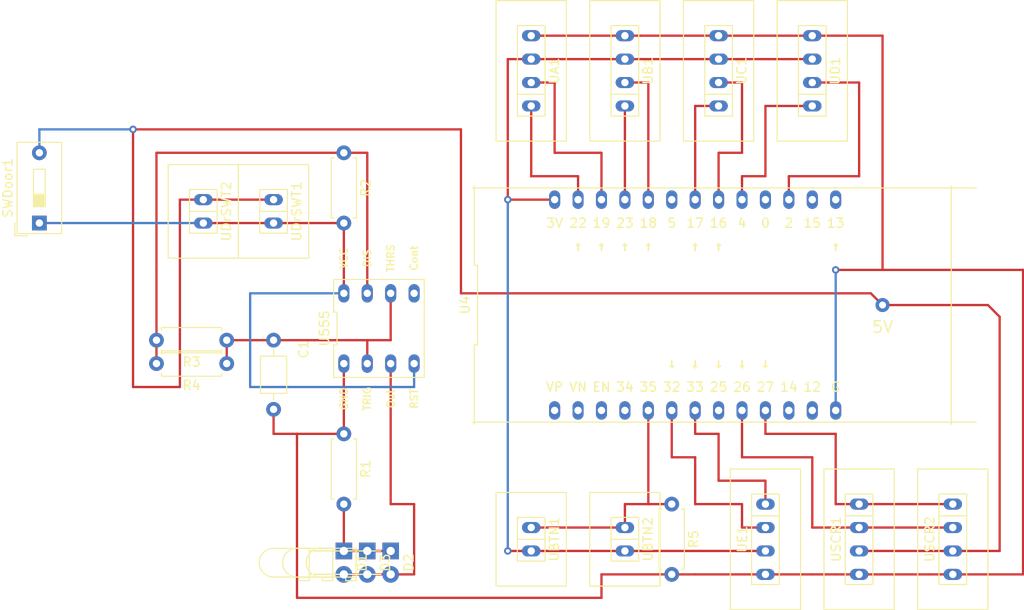
<source format=kicad_pcb>
(kicad_pcb (version 20171130) (host pcbnew "(5.1.9)-1")

  (general
    (thickness 1.6)
    (drawings 0)
    (tracks 137)
    (zones 0)
    (modules 23)
    (nets 34)
  )

  (page A4)
  (layers
    (0 F.Cu signal)
    (31 B.Cu signal)
    (32 B.Adhes user)
    (33 F.Adhes user)
    (34 B.Paste user)
    (35 F.Paste user)
    (36 B.SilkS user)
    (37 F.SilkS user)
    (38 B.Mask user)
    (39 F.Mask user)
    (40 Dwgs.User user)
    (41 Cmts.User user)
    (42 Eco1.User user)
    (43 Eco2.User user)
    (44 Edge.Cuts user)
    (45 Margin user)
    (46 B.CrtYd user)
    (47 F.CrtYd user)
    (48 B.Fab user)
    (49 F.Fab user)
  )

  (setup
    (last_trace_width 0.25)
    (trace_clearance 0.2)
    (zone_clearance 0.508)
    (zone_45_only no)
    (trace_min 0.2)
    (via_size 0.8)
    (via_drill 0.4)
    (via_min_size 0.4)
    (via_min_drill 0.3)
    (uvia_size 0.3)
    (uvia_drill 0.1)
    (uvias_allowed no)
    (uvia_min_size 0.2)
    (uvia_min_drill 0.1)
    (edge_width 0.05)
    (segment_width 0.2)
    (pcb_text_width 0.3)
    (pcb_text_size 1.5 1.5)
    (mod_edge_width 0.12)
    (mod_text_size 1 1)
    (mod_text_width 0.15)
    (pad_size 1.524 1.524)
    (pad_drill 0.762)
    (pad_to_mask_clearance 0)
    (aux_axis_origin 0 0)
    (visible_elements FFFFFF7F)
    (pcbplotparams
      (layerselection 0x010fc_ffffffff)
      (usegerberextensions false)
      (usegerberattributes true)
      (usegerberadvancedattributes true)
      (creategerberjobfile true)
      (excludeedgelayer true)
      (linewidth 0.100000)
      (plotframeref false)
      (viasonmask false)
      (mode 1)
      (useauxorigin false)
      (hpglpennumber 1)
      (hpglpenspeed 20)
      (hpglpendiameter 15.000000)
      (psnegative false)
      (psa4output false)
      (plotreference true)
      (plotvalue true)
      (plotinvisibletext false)
      (padsonsilk false)
      (subtractmaskfromsilk false)
      (outputformat 1)
      (mirror false)
      (drillshape 1)
      (scaleselection 1)
      (outputdirectory ""))
  )

  (net 0 "")
  (net 1 +5V)
  (net 2 "Net-(R2-Pad2)")
  (net 3 "Net-(D1-Pad2)")
  (net 4 "Net-(C1-Pad1)")
  (net 5 "Net-(R2-Pad1)")
  (net 6 GND)
  (net 7 "Net-(D1-Pad1)")
  (net 8 "Net-(U4-PadVP)")
  (net 9 "Net-(U4-Pad22)")
  (net 10 "Net-(U4-PadVN)")
  (net 11 "Net-(U4-Pad19)")
  (net 12 "Net-(U4-PadEN)")
  (net 13 "Net-(U4-Pad23)")
  (net 14 "Net-(U4-Pad34)")
  (net 15 "Net-(U4-Pad18)")
  (net 16 "Net-(U4-Pad5)")
  (net 17 "Net-(U4-Pad32)")
  (net 18 "Net-(U4-Pad17)")
  (net 19 "Net-(U4-Pad33)")
  (net 20 "Net-(U4-Pad16)")
  (net 21 "Net-(U4-Pad25)")
  (net 22 "Net-(U4-Pad4)")
  (net 23 "Net-(U4-Pad26)")
  (net 24 "Net-(U4-Pad0)")
  (net 25 "Net-(U4-Pad27)")
  (net 26 "Net-(U4-Pad2)")
  (net 27 "Net-(U4-Pad14)")
  (net 28 "Net-(U4-Pad15)")
  (net 29 "Net-(U4-Pad12)")
  (net 30 "Net-(U4-Pad13)")
  (net 31 "Net-(R5-Pad1)")
  (net 32 +3V3)
  (net 33 "Net-(U555-PadCont)")

  (net_class Default "This is the default net class."
    (clearance 0.2)
    (trace_width 0.25)
    (via_dia 0.8)
    (via_drill 0.4)
    (uvia_dia 0.3)
    (uvia_drill 0.1)
    (add_net +3V3)
    (add_net +5V)
    (add_net GND)
    (add_net "Net-(C1-Pad1)")
    (add_net "Net-(D1-Pad1)")
    (add_net "Net-(D1-Pad2)")
    (add_net "Net-(R2-Pad1)")
    (add_net "Net-(R2-Pad2)")
    (add_net "Net-(R5-Pad1)")
    (add_net "Net-(U4-Pad0)")
    (add_net "Net-(U4-Pad12)")
    (add_net "Net-(U4-Pad13)")
    (add_net "Net-(U4-Pad14)")
    (add_net "Net-(U4-Pad15)")
    (add_net "Net-(U4-Pad16)")
    (add_net "Net-(U4-Pad17)")
    (add_net "Net-(U4-Pad18)")
    (add_net "Net-(U4-Pad19)")
    (add_net "Net-(U4-Pad2)")
    (add_net "Net-(U4-Pad22)")
    (add_net "Net-(U4-Pad23)")
    (add_net "Net-(U4-Pad25)")
    (add_net "Net-(U4-Pad26)")
    (add_net "Net-(U4-Pad27)")
    (add_net "Net-(U4-Pad32)")
    (add_net "Net-(U4-Pad33)")
    (add_net "Net-(U4-Pad34)")
    (add_net "Net-(U4-Pad4)")
    (add_net "Net-(U4-Pad5)")
    (add_net "Net-(U4-PadEN)")
    (add_net "Net-(U4-PadVN)")
    (add_net "Net-(U4-PadVP)")
    (add_net "Net-(U555-PadCont)")
  )

  (module Capacitor_THT:C_Axial_L3.8mm_D2.6mm_P7.50mm_Horizontal (layer F.Cu) (tedit 5AE50EF0) (tstamp 6211C293)
    (at 73.66 121.92 270)
    (descr "C, Axial series, Axial, Horizontal, pin pitch=7.5mm, , length*diameter=3.8*2.6mm^2, http://www.vishay.com/docs/45231/arseries.pdf")
    (tags "C Axial series Axial Horizontal pin pitch 7.5mm  length 3.8mm diameter 2.6mm")
    (path /6212567F)
    (fp_text reference C1 (at 1 -3.25 90) (layer F.SilkS)
      (effects (font (size 1 1) (thickness 0.15)))
    )
    (fp_text value 10μ (at 1 3.25 90) (layer F.Fab)
      (effects (font (size 1 1) (thickness 0.15)))
    )
    (fp_text user %R (at 1 0 90) (layer F.Fab)
      (effects (font (size 0.8 0.8) (thickness 0.12)))
    )
    (fp_line (start 1.85 -1.3) (end 1.85 1.3) (layer F.Fab) (width 0.1))
    (fp_line (start 1.85 1.3) (end 5.65 1.3) (layer F.Fab) (width 0.1))
    (fp_line (start 5.65 1.3) (end 5.65 -1.3) (layer F.Fab) (width 0.1))
    (fp_line (start 5.65 -1.3) (end 1.85 -1.3) (layer F.Fab) (width 0.1))
    (fp_line (start 0 0) (end 1.85 0) (layer F.Fab) (width 0.1))
    (fp_line (start 7.5 0) (end 5.65 0) (layer F.Fab) (width 0.1))
    (fp_line (start 1.73 -1.42) (end 1.73 1.42) (layer F.SilkS) (width 0.12))
    (fp_line (start 1.73 1.42) (end 5.77 1.42) (layer F.SilkS) (width 0.12))
    (fp_line (start 5.77 1.42) (end 5.77 -1.42) (layer F.SilkS) (width 0.12))
    (fp_line (start 5.77 -1.42) (end 1.73 -1.42) (layer F.SilkS) (width 0.12))
    (fp_line (start 1.04 0) (end 1.73 0) (layer F.SilkS) (width 0.12))
    (fp_line (start 6.46 0) (end 5.77 0) (layer F.SilkS) (width 0.12))
    (fp_line (start -1.05 -1.55) (end -1.05 1.55) (layer F.CrtYd) (width 0.05))
    (fp_line (start -1.05 1.55) (end 8.55 1.55) (layer F.CrtYd) (width 0.05))
    (fp_line (start 8.55 1.55) (end 8.55 -1.55) (layer F.CrtYd) (width 0.05))
    (fp_line (start 8.55 -1.55) (end -1.05 -1.55) (layer F.CrtYd) (width 0.05))
    (pad 2 thru_hole oval (at 7.5 0 270) (size 1.6 1.6) (drill 0.8) (layers *.Cu *.Mask)
      (net 6 GND))
    (pad 1 thru_hole circle (at 0 0 270) (size 1.6 1.6) (drill 0.8) (layers *.Cu *.Mask)
      (net 4 "Net-(C1-Pad1)"))
    (model ${KISYS3DMOD}/Capacitor_THT.3dshapes/C_Axial_L3.8mm_D2.6mm_P7.50mm_Horizontal.wrl
      (at (xyz 0 0 0))
      (scale (xyz 1 1 1))
      (rotate (xyz 0 0 0))
    )
  )

  (module ESP32:SIP-4 (layer F.Cu) (tedit 6211824A) (tstamp 62123634)
    (at 147.32 143.51 270)
    (path /62201DC7)
    (fp_text reference USCR2 (at 0 2.5 90) (layer F.SilkS)
      (effects (font (size 1 1) (thickness 0.15)))
    )
    (fp_text value 4-Pin (at 0 -2.5 90) (layer F.Fab)
      (effects (font (size 1 1) (thickness 0.15)))
    )
    (fp_line (start -4.66 1.25) (end -4.66 -1.25) (layer F.CrtYd) (width 0.05))
    (fp_line (start 4.66 1.25) (end -4.66 1.25) (layer F.CrtYd) (width 0.05))
    (fp_line (start 4.66 -1.25) (end 4.66 1.25) (layer F.CrtYd) (width 0.05))
    (fp_line (start -4.66 -1.25) (end 4.66 -1.25) (layer F.CrtYd) (width 0.05))
    (fp_line (start -2.54 -1.5) (end -2.54 1.5) (layer F.SilkS) (width 0.12))
    (fp_line (start -4.91 1.5) (end -4.91 -1.5) (layer F.SilkS) (width 0.12))
    (fp_line (start 4.91 1.5) (end -4.91 1.5) (layer F.SilkS) (width 0.12))
    (fp_line (start 4.91 -1.5) (end 4.91 1.5) (layer F.SilkS) (width 0.12))
    (fp_line (start -4.91 -1.5) (end 4.91 -1.5) (layer F.SilkS) (width 0.12))
    (fp_line (start 7.62 -3.81) (end -7.62 -3.81) (layer F.SilkS) (width 0.12))
    (fp_line (start 7.62 3.81) (end 7.62 -3.81) (layer F.SilkS) (width 0.12))
    (fp_line (start -7.62 3.81) (end 7.62 3.81) (layer F.SilkS) (width 0.12))
    (fp_line (start -7.62 -3.81) (end -7.62 3.81) (layer F.SilkS) (width 0.12))
    (pad 4 thru_hole oval (at 3.81 0 270) (size 1.2 2) (drill 0.8) (layers *.Cu *.Mask)
      (net 6 GND))
    (pad 3 thru_hole oval (at 1.27 0 270) (size 1.2 2) (drill 0.8) (layers *.Cu *.Mask)
      (net 1 +5V))
    (pad 2 thru_hole oval (at -1.27 0 270) (size 1.2 2) (drill 0.8) (layers *.Cu *.Mask)
      (net 23 "Net-(U4-Pad26)"))
    (pad 1 thru_hole oval (at -3.81 0 270) (size 1.2 2) (drill 0.8) (layers *.Cu *.Mask)
      (net 25 "Net-(U4-Pad27)"))
  )

  (module ESP32:SIP-2 (layer F.Cu) (tedit 6211822B) (tstamp 621235CF)
    (at 66.04 107.95 90)
    (path /6220F657)
    (fp_text reference UDrSWT2 (at 0 2.5 90) (layer F.SilkS)
      (effects (font (size 1 1) (thickness 0.15)))
    )
    (fp_text value 2-Pin (at 0 -2.5 90) (layer F.Fab)
      (effects (font (size 1 1) (thickness 0.15)))
    )
    (fp_line (start -2.12 1.25) (end -2.12 -1.25) (layer F.CrtYd) (width 0.05))
    (fp_line (start 2.12 1.25) (end -2.12 1.25) (layer F.CrtYd) (width 0.05))
    (fp_line (start 2.12 -1.25) (end 2.12 1.25) (layer F.CrtYd) (width 0.05))
    (fp_line (start -2.12 -1.25) (end 2.12 -1.25) (layer F.CrtYd) (width 0.05))
    (fp_line (start 0 -1.5) (end 0 1.5) (layer F.SilkS) (width 0.12))
    (fp_line (start -2.37 1.5) (end -2.37 -1.5) (layer F.SilkS) (width 0.12))
    (fp_line (start 2.37 1.5) (end -2.37 1.5) (layer F.SilkS) (width 0.12))
    (fp_line (start 2.37 -1.5) (end 2.37 1.5) (layer F.SilkS) (width 0.12))
    (fp_line (start -2.37 -1.5) (end 2.37 -1.5) (layer F.SilkS) (width 0.12))
    (fp_line (start -5.08 -3.81) (end 5.08 -3.81) (layer F.SilkS) (width 0.12))
    (fp_line (start -5.08 3.81) (end -5.08 -3.81) (layer F.SilkS) (width 0.12))
    (fp_line (start 5.08 3.81) (end -5.08 3.81) (layer F.SilkS) (width 0.12))
    (fp_line (start 5.08 -3.81) (end 5.08 3.81) (layer F.SilkS) (width 0.12))
    (pad 2 thru_hole oval (at 1.27 0 90) (size 1.2 2) (drill 0.8) (layers *.Cu *.Mask)
      (net 1 +5V))
    (pad 1 thru_hole oval (at -1.27 0 90) (size 1.2 2) (drill 0.8) (layers *.Cu *.Mask)
      (net 2 "Net-(R2-Pad2)"))
  )

  (module ESP32:SIP-2 (layer F.Cu) (tedit 6211822B) (tstamp 62123548)
    (at 111.76 143.51 90)
    (path /62207D2D)
    (fp_text reference UBTN2 (at 0 2.5 90) (layer F.SilkS)
      (effects (font (size 1 1) (thickness 0.15)))
    )
    (fp_text value 2-Pin (at 0 -2.5 90) (layer F.Fab)
      (effects (font (size 1 1) (thickness 0.15)))
    )
    (fp_line (start -2.12 1.25) (end -2.12 -1.25) (layer F.CrtYd) (width 0.05))
    (fp_line (start 2.12 1.25) (end -2.12 1.25) (layer F.CrtYd) (width 0.05))
    (fp_line (start 2.12 -1.25) (end 2.12 1.25) (layer F.CrtYd) (width 0.05))
    (fp_line (start -2.12 -1.25) (end 2.12 -1.25) (layer F.CrtYd) (width 0.05))
    (fp_line (start 0 -1.5) (end 0 1.5) (layer F.SilkS) (width 0.12))
    (fp_line (start -2.37 1.5) (end -2.37 -1.5) (layer F.SilkS) (width 0.12))
    (fp_line (start 2.37 1.5) (end -2.37 1.5) (layer F.SilkS) (width 0.12))
    (fp_line (start 2.37 -1.5) (end 2.37 1.5) (layer F.SilkS) (width 0.12))
    (fp_line (start -2.37 -1.5) (end 2.37 -1.5) (layer F.SilkS) (width 0.12))
    (fp_line (start -5.08 -3.81) (end 5.08 -3.81) (layer F.SilkS) (width 0.12))
    (fp_line (start -5.08 3.81) (end -5.08 -3.81) (layer F.SilkS) (width 0.12))
    (fp_line (start 5.08 3.81) (end -5.08 3.81) (layer F.SilkS) (width 0.12))
    (fp_line (start 5.08 -3.81) (end 5.08 3.81) (layer F.SilkS) (width 0.12))
    (pad 2 thru_hole oval (at 1.27 0 90) (size 1.2 2) (drill 0.8) (layers *.Cu *.Mask)
      (net 31 "Net-(R5-Pad1)"))
    (pad 1 thru_hole oval (at -1.27 0 90) (size 1.2 2) (drill 0.8) (layers *.Cu *.Mask)
      (net 32 +3V3))
  )

  (module ESP32:SIP-4 (layer F.Cu) (tedit 6211824A) (tstamp 6211C4CF)
    (at 137.16 143.51 270)
    (path /6217A528)
    (fp_text reference USCR1 (at 0 2.5 90) (layer F.SilkS)
      (effects (font (size 1 1) (thickness 0.15)))
    )
    (fp_text value 4-Pin (at 0 -2.5 90) (layer F.Fab)
      (effects (font (size 1 1) (thickness 0.15)))
    )
    (fp_line (start -4.66 1.25) (end -4.66 -1.25) (layer F.CrtYd) (width 0.05))
    (fp_line (start 4.66 1.25) (end -4.66 1.25) (layer F.CrtYd) (width 0.05))
    (fp_line (start 4.66 -1.25) (end 4.66 1.25) (layer F.CrtYd) (width 0.05))
    (fp_line (start -4.66 -1.25) (end 4.66 -1.25) (layer F.CrtYd) (width 0.05))
    (fp_line (start -2.54 -1.5) (end -2.54 1.5) (layer F.SilkS) (width 0.12))
    (fp_line (start -4.91 1.5) (end -4.91 -1.5) (layer F.SilkS) (width 0.12))
    (fp_line (start 4.91 1.5) (end -4.91 1.5) (layer F.SilkS) (width 0.12))
    (fp_line (start 4.91 -1.5) (end 4.91 1.5) (layer F.SilkS) (width 0.12))
    (fp_line (start -4.91 -1.5) (end 4.91 -1.5) (layer F.SilkS) (width 0.12))
    (fp_line (start 7.62 -3.81) (end -7.62 -3.81) (layer F.SilkS) (width 0.12))
    (fp_line (start 7.62 3.81) (end 7.62 -3.81) (layer F.SilkS) (width 0.12))
    (fp_line (start -7.62 3.81) (end 7.62 3.81) (layer F.SilkS) (width 0.12))
    (fp_line (start -7.62 -3.81) (end -7.62 3.81) (layer F.SilkS) (width 0.12))
    (pad 4 thru_hole oval (at 3.81 0 270) (size 1.2 2) (drill 0.8) (layers *.Cu *.Mask)
      (net 6 GND))
    (pad 3 thru_hole oval (at 1.27 0 270) (size 1.2 2) (drill 0.8) (layers *.Cu *.Mask)
      (net 1 +5V))
    (pad 2 thru_hole oval (at -1.27 0 270) (size 1.2 2) (drill 0.8) (layers *.Cu *.Mask)
      (net 23 "Net-(U4-Pad26)"))
    (pad 1 thru_hole oval (at -3.81 0 270) (size 1.2 2) (drill 0.8) (layers *.Cu *.Mask)
      (net 25 "Net-(U4-Pad27)"))
  )

  (module ESP32:SIP-4 (layer F.Cu) (tedit 6211824A) (tstamp 6211C4BA)
    (at 127 143.51 270)
    (path /62181A81)
    (fp_text reference UE1 (at 0 2.5 90) (layer F.SilkS)
      (effects (font (size 1 1) (thickness 0.15)))
    )
    (fp_text value 4-Pin (at 0 -2.5 90) (layer F.Fab)
      (effects (font (size 1 1) (thickness 0.15)))
    )
    (fp_line (start -4.66 1.25) (end -4.66 -1.25) (layer F.CrtYd) (width 0.05))
    (fp_line (start 4.66 1.25) (end -4.66 1.25) (layer F.CrtYd) (width 0.05))
    (fp_line (start 4.66 -1.25) (end 4.66 1.25) (layer F.CrtYd) (width 0.05))
    (fp_line (start -4.66 -1.25) (end 4.66 -1.25) (layer F.CrtYd) (width 0.05))
    (fp_line (start -2.54 -1.5) (end -2.54 1.5) (layer F.SilkS) (width 0.12))
    (fp_line (start -4.91 1.5) (end -4.91 -1.5) (layer F.SilkS) (width 0.12))
    (fp_line (start 4.91 1.5) (end -4.91 1.5) (layer F.SilkS) (width 0.12))
    (fp_line (start 4.91 -1.5) (end 4.91 1.5) (layer F.SilkS) (width 0.12))
    (fp_line (start -4.91 -1.5) (end 4.91 -1.5) (layer F.SilkS) (width 0.12))
    (fp_line (start 7.62 -3.81) (end -7.62 -3.81) (layer F.SilkS) (width 0.12))
    (fp_line (start 7.62 3.81) (end 7.62 -3.81) (layer F.SilkS) (width 0.12))
    (fp_line (start -7.62 3.81) (end 7.62 3.81) (layer F.SilkS) (width 0.12))
    (fp_line (start -7.62 -3.81) (end -7.62 3.81) (layer F.SilkS) (width 0.12))
    (pad 4 thru_hole oval (at 3.81 0 270) (size 1.2 2) (drill 0.8) (layers *.Cu *.Mask)
      (net 6 GND))
    (pad 3 thru_hole oval (at 1.27 0 270) (size 1.2 2) (drill 0.8) (layers *.Cu *.Mask)
      (net 32 +3V3))
    (pad 2 thru_hole oval (at -1.27 0 270) (size 1.2 2) (drill 0.8) (layers *.Cu *.Mask)
      (net 17 "Net-(U4-Pad32)"))
    (pad 1 thru_hole oval (at -3.81 0 270) (size 1.2 2) (drill 0.8) (layers *.Cu *.Mask)
      (net 19 "Net-(U4-Pad33)"))
  )

  (module ESP32:SIP-2 (layer F.Cu) (tedit 6211822B) (tstamp 6211C4A5)
    (at 73.66 107.95 90)
    (path /62120041)
    (fp_text reference UDrSWT1 (at 0 2.5 90) (layer F.SilkS)
      (effects (font (size 1 1) (thickness 0.15)))
    )
    (fp_text value 2-Pin (at 0 -2.5 90) (layer F.Fab)
      (effects (font (size 1 1) (thickness 0.15)))
    )
    (fp_line (start -2.12 1.25) (end -2.12 -1.25) (layer F.CrtYd) (width 0.05))
    (fp_line (start 2.12 1.25) (end -2.12 1.25) (layer F.CrtYd) (width 0.05))
    (fp_line (start 2.12 -1.25) (end 2.12 1.25) (layer F.CrtYd) (width 0.05))
    (fp_line (start -2.12 -1.25) (end 2.12 -1.25) (layer F.CrtYd) (width 0.05))
    (fp_line (start 0 -1.5) (end 0 1.5) (layer F.SilkS) (width 0.12))
    (fp_line (start -2.37 1.5) (end -2.37 -1.5) (layer F.SilkS) (width 0.12))
    (fp_line (start 2.37 1.5) (end -2.37 1.5) (layer F.SilkS) (width 0.12))
    (fp_line (start 2.37 -1.5) (end 2.37 1.5) (layer F.SilkS) (width 0.12))
    (fp_line (start -2.37 -1.5) (end 2.37 -1.5) (layer F.SilkS) (width 0.12))
    (fp_line (start -5.08 -3.81) (end 5.08 -3.81) (layer F.SilkS) (width 0.12))
    (fp_line (start -5.08 3.81) (end -5.08 -3.81) (layer F.SilkS) (width 0.12))
    (fp_line (start 5.08 3.81) (end -5.08 3.81) (layer F.SilkS) (width 0.12))
    (fp_line (start 5.08 -3.81) (end 5.08 3.81) (layer F.SilkS) (width 0.12))
    (pad 2 thru_hole oval (at 1.27 0 90) (size 1.2 2) (drill 0.8) (layers *.Cu *.Mask)
      (net 1 +5V))
    (pad 1 thru_hole oval (at -1.27 0 90) (size 1.2 2) (drill 0.8) (layers *.Cu *.Mask)
      (net 2 "Net-(R2-Pad2)"))
  )

  (module ESP32:SIP-4 (layer F.Cu) (tedit 6211824A) (tstamp 6211C492)
    (at 132.08 92.71 90)
    (path /62182C93)
    (fp_text reference UD1 (at 0 2.5 90) (layer F.SilkS)
      (effects (font (size 1 1) (thickness 0.15)))
    )
    (fp_text value 4-Pin (at 0 -2.5 90) (layer F.Fab)
      (effects (font (size 1 1) (thickness 0.15)))
    )
    (fp_line (start -4.66 1.25) (end -4.66 -1.25) (layer F.CrtYd) (width 0.05))
    (fp_line (start 4.66 1.25) (end -4.66 1.25) (layer F.CrtYd) (width 0.05))
    (fp_line (start 4.66 -1.25) (end 4.66 1.25) (layer F.CrtYd) (width 0.05))
    (fp_line (start -4.66 -1.25) (end 4.66 -1.25) (layer F.CrtYd) (width 0.05))
    (fp_line (start -2.54 -1.5) (end -2.54 1.5) (layer F.SilkS) (width 0.12))
    (fp_line (start -4.91 1.5) (end -4.91 -1.5) (layer F.SilkS) (width 0.12))
    (fp_line (start 4.91 1.5) (end -4.91 1.5) (layer F.SilkS) (width 0.12))
    (fp_line (start 4.91 -1.5) (end 4.91 1.5) (layer F.SilkS) (width 0.12))
    (fp_line (start -4.91 -1.5) (end 4.91 -1.5) (layer F.SilkS) (width 0.12))
    (fp_line (start 7.62 -3.81) (end -7.62 -3.81) (layer F.SilkS) (width 0.12))
    (fp_line (start 7.62 3.81) (end 7.62 -3.81) (layer F.SilkS) (width 0.12))
    (fp_line (start -7.62 3.81) (end 7.62 3.81) (layer F.SilkS) (width 0.12))
    (fp_line (start -7.62 -3.81) (end -7.62 3.81) (layer F.SilkS) (width 0.12))
    (pad 4 thru_hole oval (at 3.81 0 90) (size 1.2 2) (drill 0.8) (layers *.Cu *.Mask)
      (net 6 GND))
    (pad 3 thru_hole oval (at 1.27 0 90) (size 1.2 2) (drill 0.8) (layers *.Cu *.Mask)
      (net 32 +3V3))
    (pad 2 thru_hole oval (at -1.27 0 90) (size 1.2 2) (drill 0.8) (layers *.Cu *.Mask)
      (net 26 "Net-(U4-Pad2)"))
    (pad 1 thru_hole oval (at -3.81 0 90) (size 1.2 2) (drill 0.8) (layers *.Cu *.Mask)
      (net 22 "Net-(U4-Pad4)"))
  )

  (module ESP32:SIP-4 (layer F.Cu) (tedit 6211824A) (tstamp 6211C47D)
    (at 121.92 92.71 90)
    (path /62180A56)
    (fp_text reference UC1 (at 0 2.5 90) (layer F.SilkS)
      (effects (font (size 1 1) (thickness 0.15)))
    )
    (fp_text value 4-Pin (at 0 -2.5 90) (layer F.Fab)
      (effects (font (size 1 1) (thickness 0.15)))
    )
    (fp_line (start -4.66 1.25) (end -4.66 -1.25) (layer F.CrtYd) (width 0.05))
    (fp_line (start 4.66 1.25) (end -4.66 1.25) (layer F.CrtYd) (width 0.05))
    (fp_line (start 4.66 -1.25) (end 4.66 1.25) (layer F.CrtYd) (width 0.05))
    (fp_line (start -4.66 -1.25) (end 4.66 -1.25) (layer F.CrtYd) (width 0.05))
    (fp_line (start -2.54 -1.5) (end -2.54 1.5) (layer F.SilkS) (width 0.12))
    (fp_line (start -4.91 1.5) (end -4.91 -1.5) (layer F.SilkS) (width 0.12))
    (fp_line (start 4.91 1.5) (end -4.91 1.5) (layer F.SilkS) (width 0.12))
    (fp_line (start 4.91 -1.5) (end 4.91 1.5) (layer F.SilkS) (width 0.12))
    (fp_line (start -4.91 -1.5) (end 4.91 -1.5) (layer F.SilkS) (width 0.12))
    (fp_line (start 7.62 -3.81) (end -7.62 -3.81) (layer F.SilkS) (width 0.12))
    (fp_line (start 7.62 3.81) (end 7.62 -3.81) (layer F.SilkS) (width 0.12))
    (fp_line (start -7.62 3.81) (end 7.62 3.81) (layer F.SilkS) (width 0.12))
    (fp_line (start -7.62 -3.81) (end -7.62 3.81) (layer F.SilkS) (width 0.12))
    (pad 4 thru_hole oval (at 3.81 0 90) (size 1.2 2) (drill 0.8) (layers *.Cu *.Mask)
      (net 6 GND))
    (pad 3 thru_hole oval (at 1.27 0 90) (size 1.2 2) (drill 0.8) (layers *.Cu *.Mask)
      (net 32 +3V3))
    (pad 2 thru_hole oval (at -1.27 0 90) (size 1.2 2) (drill 0.8) (layers *.Cu *.Mask)
      (net 20 "Net-(U4-Pad16)"))
    (pad 1 thru_hole oval (at -3.81 0 90) (size 1.2 2) (drill 0.8) (layers *.Cu *.Mask)
      (net 18 "Net-(U4-Pad17)"))
  )

  (module ESP32:SIP-2 (layer F.Cu) (tedit 6211822B) (tstamp 6211C468)
    (at 101.6 143.51 90)
    (path /62177363)
    (fp_text reference UBTN1 (at 0 2.5 90) (layer F.SilkS)
      (effects (font (size 1 1) (thickness 0.15)))
    )
    (fp_text value 2-Pin (at 0 -2.5 90) (layer F.Fab)
      (effects (font (size 1 1) (thickness 0.15)))
    )
    (fp_line (start -2.12 1.25) (end -2.12 -1.25) (layer F.CrtYd) (width 0.05))
    (fp_line (start 2.12 1.25) (end -2.12 1.25) (layer F.CrtYd) (width 0.05))
    (fp_line (start 2.12 -1.25) (end 2.12 1.25) (layer F.CrtYd) (width 0.05))
    (fp_line (start -2.12 -1.25) (end 2.12 -1.25) (layer F.CrtYd) (width 0.05))
    (fp_line (start 0 -1.5) (end 0 1.5) (layer F.SilkS) (width 0.12))
    (fp_line (start -2.37 1.5) (end -2.37 -1.5) (layer F.SilkS) (width 0.12))
    (fp_line (start 2.37 1.5) (end -2.37 1.5) (layer F.SilkS) (width 0.12))
    (fp_line (start 2.37 -1.5) (end 2.37 1.5) (layer F.SilkS) (width 0.12))
    (fp_line (start -2.37 -1.5) (end 2.37 -1.5) (layer F.SilkS) (width 0.12))
    (fp_line (start -5.08 -3.81) (end 5.08 -3.81) (layer F.SilkS) (width 0.12))
    (fp_line (start -5.08 3.81) (end -5.08 -3.81) (layer F.SilkS) (width 0.12))
    (fp_line (start 5.08 3.81) (end -5.08 3.81) (layer F.SilkS) (width 0.12))
    (fp_line (start 5.08 -3.81) (end 5.08 3.81) (layer F.SilkS) (width 0.12))
    (pad 2 thru_hole oval (at 1.27 0 90) (size 1.2 2) (drill 0.8) (layers *.Cu *.Mask)
      (net 31 "Net-(R5-Pad1)"))
    (pad 1 thru_hole oval (at -1.27 0 90) (size 1.2 2) (drill 0.8) (layers *.Cu *.Mask)
      (net 32 +3V3))
  )

  (module ESP32:SIP-4 (layer F.Cu) (tedit 6211824A) (tstamp 6211C455)
    (at 111.76 92.71 90)
    (path /6217FC75)
    (fp_text reference UB1 (at 0 2.5 90) (layer F.SilkS)
      (effects (font (size 1 1) (thickness 0.15)))
    )
    (fp_text value 4-Pin (at 0 -2.5 90) (layer F.Fab)
      (effects (font (size 1 1) (thickness 0.15)))
    )
    (fp_line (start -4.66 1.25) (end -4.66 -1.25) (layer F.CrtYd) (width 0.05))
    (fp_line (start 4.66 1.25) (end -4.66 1.25) (layer F.CrtYd) (width 0.05))
    (fp_line (start 4.66 -1.25) (end 4.66 1.25) (layer F.CrtYd) (width 0.05))
    (fp_line (start -4.66 -1.25) (end 4.66 -1.25) (layer F.CrtYd) (width 0.05))
    (fp_line (start -2.54 -1.5) (end -2.54 1.5) (layer F.SilkS) (width 0.12))
    (fp_line (start -4.91 1.5) (end -4.91 -1.5) (layer F.SilkS) (width 0.12))
    (fp_line (start 4.91 1.5) (end -4.91 1.5) (layer F.SilkS) (width 0.12))
    (fp_line (start 4.91 -1.5) (end 4.91 1.5) (layer F.SilkS) (width 0.12))
    (fp_line (start -4.91 -1.5) (end 4.91 -1.5) (layer F.SilkS) (width 0.12))
    (fp_line (start 7.62 -3.81) (end -7.62 -3.81) (layer F.SilkS) (width 0.12))
    (fp_line (start 7.62 3.81) (end 7.62 -3.81) (layer F.SilkS) (width 0.12))
    (fp_line (start -7.62 3.81) (end 7.62 3.81) (layer F.SilkS) (width 0.12))
    (fp_line (start -7.62 -3.81) (end -7.62 3.81) (layer F.SilkS) (width 0.12))
    (pad 4 thru_hole oval (at 3.81 0 90) (size 1.2 2) (drill 0.8) (layers *.Cu *.Mask)
      (net 6 GND))
    (pad 3 thru_hole oval (at 1.27 0 90) (size 1.2 2) (drill 0.8) (layers *.Cu *.Mask)
      (net 32 +3V3))
    (pad 2 thru_hole oval (at -1.27 0 90) (size 1.2 2) (drill 0.8) (layers *.Cu *.Mask)
      (net 15 "Net-(U4-Pad18)"))
    (pad 1 thru_hole oval (at -3.81 0 90) (size 1.2 2) (drill 0.8) (layers *.Cu *.Mask)
      (net 13 "Net-(U4-Pad23)"))
  )

  (module ESP32:SIP-4 (layer F.Cu) (tedit 6211824A) (tstamp 6211C440)
    (at 101.6 92.71 90)
    (path /6217779E)
    (fp_text reference UA1 (at 0 2.5 90) (layer F.SilkS)
      (effects (font (size 1 1) (thickness 0.15)))
    )
    (fp_text value 4-Pin (at 0 -2.5 90) (layer F.Fab)
      (effects (font (size 1 1) (thickness 0.15)))
    )
    (fp_line (start -4.66 1.25) (end -4.66 -1.25) (layer F.CrtYd) (width 0.05))
    (fp_line (start 4.66 1.25) (end -4.66 1.25) (layer F.CrtYd) (width 0.05))
    (fp_line (start 4.66 -1.25) (end 4.66 1.25) (layer F.CrtYd) (width 0.05))
    (fp_line (start -4.66 -1.25) (end 4.66 -1.25) (layer F.CrtYd) (width 0.05))
    (fp_line (start -2.54 -1.5) (end -2.54 1.5) (layer F.SilkS) (width 0.12))
    (fp_line (start -4.91 1.5) (end -4.91 -1.5) (layer F.SilkS) (width 0.12))
    (fp_line (start 4.91 1.5) (end -4.91 1.5) (layer F.SilkS) (width 0.12))
    (fp_line (start 4.91 -1.5) (end 4.91 1.5) (layer F.SilkS) (width 0.12))
    (fp_line (start -4.91 -1.5) (end 4.91 -1.5) (layer F.SilkS) (width 0.12))
    (fp_line (start 7.62 -3.81) (end -7.62 -3.81) (layer F.SilkS) (width 0.12))
    (fp_line (start 7.62 3.81) (end 7.62 -3.81) (layer F.SilkS) (width 0.12))
    (fp_line (start -7.62 3.81) (end 7.62 3.81) (layer F.SilkS) (width 0.12))
    (fp_line (start -7.62 -3.81) (end -7.62 3.81) (layer F.SilkS) (width 0.12))
    (pad 4 thru_hole oval (at 3.81 0 90) (size 1.2 2) (drill 0.8) (layers *.Cu *.Mask)
      (net 6 GND))
    (pad 3 thru_hole oval (at 1.27 0 90) (size 1.2 2) (drill 0.8) (layers *.Cu *.Mask)
      (net 32 +3V3))
    (pad 2 thru_hole oval (at -1.27 0 90) (size 1.2 2) (drill 0.8) (layers *.Cu *.Mask)
      (net 11 "Net-(U4-Pad19)"))
    (pad 1 thru_hole oval (at -3.81 0 90) (size 1.2 2) (drill 0.8) (layers *.Cu *.Mask)
      (net 9 "Net-(U4-Pad22)"))
  )

  (module ESP32:NE555P (layer F.Cu) (tedit 62115569) (tstamp 6211C42B)
    (at 76.2 113.03)
    (path /62136656)
    (fp_text reference U555 (at 2.98 7.62 90) (layer F.SilkS)
      (effects (font (size 1 1) (thickness 0.15)))
    )
    (fp_text value NE555P (at 8.89 7.62) (layer F.Fab)
      (effects (font (size 1 1) (thickness 0.15)))
    )
    (fp_text user RST (at 12.7 15.24 90) (layer F.SilkS)
      (effects (font (size 0.8 0.8) (thickness 0.15)))
    )
    (fp_text user Out (at 10.16 15.24 90) (layer F.SilkS)
      (effects (font (size 0.8 0.8) (thickness 0.15)))
    )
    (fp_text user TRIG (at 7.62 15.24 90) (layer F.SilkS)
      (effects (font (size 0.8 0.8) (thickness 0.15)))
    )
    (fp_text user GND (at 5.08 15.24 90) (layer F.SilkS)
      (effects (font (size 0.8 0.8) (thickness 0.15)))
    )
    (fp_text user Cont (at 12.7 0 90) (layer F.SilkS)
      (effects (font (size 0.8 0.8) (thickness 0.15)))
    )
    (fp_text user THRS (at 10.16 0 90) (layer F.SilkS)
      (effects (font (size 0.8 0.8) (thickness 0.15)))
    )
    (fp_text user DIS (at 7.62 0 90) (layer F.SilkS)
      (effects (font (size 0.8 0.8) (thickness 0.15)))
    )
    (fp_text user VCC (at 5.08 0 90) (layer F.SilkS)
      (effects (font (size 0.8 0.8) (thickness 0.15)))
    )
    (fp_line (start 4.23 12.68) (end 4.23 2.56) (layer F.CrtYd) (width 0.05))
    (fp_line (start 13.55 12.68) (end 4.23 12.68) (layer F.CrtYd) (width 0.05))
    (fp_line (start 13.55 2.56) (end 13.55 12.68) (layer F.CrtYd) (width 0.05))
    (fp_line (start 4.23 2.56) (end 13.55 2.56) (layer F.CrtYd) (width 0.05))
    (fp_line (start 3.98 9.389999) (end 3.98 12.93) (layer F.SilkS) (width 0.12))
    (fp_line (start 4.34 9.389999) (end 3.98 9.389999) (layer F.SilkS) (width 0.12))
    (fp_line (start 4.34 5.85) (end 4.34 9.389999) (layer F.SilkS) (width 0.12))
    (fp_line (start 3.98 5.85) (end 4.34 5.85) (layer F.SilkS) (width 0.12))
    (fp_line (start 3.98 2.31) (end 3.98 5.85) (layer F.SilkS) (width 0.12))
    (fp_line (start 13.8 2.31) (end 3.98 2.31) (layer F.SilkS) (width 0.12))
    (fp_line (start 13.8 12.93) (end 13.8 2.31) (layer F.SilkS) (width 0.12))
    (fp_line (start 3.98 12.93) (end 13.8 12.93) (layer F.SilkS) (width 0.12))
    (pad RST thru_hole oval (at 12.7 11.43) (size 1.2 2) (drill 0.8) (layers *.Cu *.Mask)
      (net 2 "Net-(R2-Pad2)"))
    (pad Cont thru_hole oval (at 12.7 3.81) (size 1.2 2) (drill 0.8) (layers *.Cu *.Mask)
      (net 33 "Net-(U555-PadCont)"))
    (pad Out thru_hole oval (at 10.16 11.43) (size 1.2 2) (drill 0.8) (layers *.Cu *.Mask)
      (net 3 "Net-(D1-Pad2)"))
    (pad THRS thru_hole oval (at 10.16 3.81) (size 1.2 2) (drill 0.8) (layers *.Cu *.Mask)
      (net 4 "Net-(C1-Pad1)"))
    (pad TRIG thru_hole oval (at 7.62 11.43) (size 1.2 2) (drill 0.8) (layers *.Cu *.Mask)
      (net 4 "Net-(C1-Pad1)"))
    (pad DIS thru_hole oval (at 7.62 3.81) (size 1.2 2) (drill 0.8) (layers *.Cu *.Mask)
      (net 5 "Net-(R2-Pad1)"))
    (pad GND thru_hole oval (at 5.08 11.43) (size 1.2 2) (drill 0.8) (layers *.Cu *.Mask)
      (net 6 GND))
    (pad VCC thru_hole oval (at 5.08 3.81) (size 1.2 2) (drill 0.8) (layers *.Cu *.Mask)
      (net 2 "Net-(R2-Pad2)"))
  )

  (module ESP32:ESP32_Lolin (layer F.Cu) (tedit 62117E0A) (tstamp 6211C40B)
    (at 111.76 118.11)
    (path /62174DFA)
    (fp_text reference U4 (at -17.34 0 90) (layer F.SilkS)
      (effects (font (size 1 1) (thickness 0.15)))
    )
    (fp_text value ESP32_Lolin (at 7.62 0) (layer F.Fab)
      (effects (font (size 1 1) (thickness 0.15)))
    )
    (fp_text user 5V (at 27.94 2.38) (layer F.SilkS)
      (effects (font (size 1.27 1.27) (thickness 0.15)))
    )
    (fp_text user 3V (at -7.62 -8.89) (layer F.SilkS)
      (effects (font (size 1 1) (thickness 0.15)))
    )
    (fp_text user 22 (at -5.08 -8.89) (layer F.SilkS)
      (effects (font (size 1 1) (thickness 0.15)))
    )
    (fp_text user 19 (at -2.54 -8.89) (layer F.SilkS)
      (effects (font (size 1 1) (thickness 0.15)))
    )
    (fp_text user 23 (at 0 -8.89) (layer F.SilkS)
      (effects (font (size 1 1) (thickness 0.15)))
    )
    (fp_text user 18 (at 2.54 -8.89) (layer F.SilkS)
      (effects (font (size 1 1) (thickness 0.15)))
    )
    (fp_text user 5 (at 5.08 -8.89) (layer F.SilkS)
      (effects (font (size 1 1) (thickness 0.15)))
    )
    (fp_text user 17 (at 7.62 -8.89) (layer F.SilkS)
      (effects (font (size 1 1) (thickness 0.15)))
    )
    (fp_text user 16 (at 10.16 -8.89) (layer F.SilkS)
      (effects (font (size 1 1) (thickness 0.15)))
    )
    (fp_text user 4 (at 12.7 -8.89) (layer F.SilkS)
      (effects (font (size 1 1) (thickness 0.15)))
    )
    (fp_text user 0 (at 15.24 -8.89) (layer F.SilkS)
      (effects (font (size 1 1) (thickness 0.15)))
    )
    (fp_text user 2 (at 17.78 -8.89) (layer F.SilkS)
      (effects (font (size 1 1) (thickness 0.15)))
    )
    (fp_text user 15 (at 20.32 -8.89) (layer F.SilkS)
      (effects (font (size 1 1) (thickness 0.15)))
    )
    (fp_text user 13 (at 22.86 -8.89) (layer F.SilkS)
      (effects (font (size 1 1) (thickness 0.15)))
    )
    (fp_text user VP (at -7.62 8.89) (layer F.SilkS)
      (effects (font (size 1 1) (thickness 0.15)))
    )
    (fp_text user VN (at -5.08 8.89) (layer F.SilkS)
      (effects (font (size 1 1) (thickness 0.15)))
    )
    (fp_text user EN (at -2.54 8.89) (layer F.SilkS)
      (effects (font (size 1 1) (thickness 0.15)))
    )
    (fp_text user 34 (at 0 8.89) (layer F.SilkS)
      (effects (font (size 1 1) (thickness 0.15)))
    )
    (fp_text user 35 (at 2.54 8.89) (layer F.SilkS)
      (effects (font (size 1 1) (thickness 0.15)))
    )
    (fp_text user 32 (at 5.08 8.89) (layer F.SilkS)
      (effects (font (size 1 1) (thickness 0.15)))
    )
    (fp_text user 33 (at 7.62 8.89) (layer F.SilkS)
      (effects (font (size 1 1) (thickness 0.15)))
    )
    (fp_text user 25 (at 10.16 8.89) (layer F.SilkS)
      (effects (font (size 1 1) (thickness 0.15)))
    )
    (fp_text user 26 (at 12.7 8.89) (layer F.SilkS)
      (effects (font (size 1 1) (thickness 0.15)))
    )
    (fp_text user 27 (at 15.24 8.89) (layer F.SilkS)
      (effects (font (size 1 1) (thickness 0.15)))
    )
    (fp_text user 14 (at 17.78 8.89) (layer F.SilkS)
      (effects (font (size 1 1) (thickness 0.15)))
    )
    (fp_text user 12 (at 20.32 8.89) (layer F.SilkS)
      (effects (font (size 1 1) (thickness 0.15)))
    )
    (fp_text user G (at 22.86 8.89) (layer F.SilkS)
      (effects (font (size 1 1) (thickness 0.15)))
    )
    (fp_text user ↑ (at 22.86 -6.35) (layer F.SilkS)
      (effects (font (size 1 1) (thickness 0.15)))
    )
    (fp_text user ↑ (at 10.16 -6.35) (layer F.SilkS)
      (effects (font (size 1 1) (thickness 0.15)))
    )
    (fp_text user ↑ (at 7.62 -6.35) (layer F.SilkS)
      (effects (font (size 1 1) (thickness 0.15)))
    )
    (fp_text user ↑ (at 2.54 -6.35) (layer F.SilkS)
      (effects (font (size 1 1) (thickness 0.15)))
    )
    (fp_text user ↑ (at -2.54 -6.35) (layer F.SilkS)
      (effects (font (size 1 1) (thickness 0.15)))
    )
    (fp_text user ↑ (at -5.08 -6.35) (layer F.SilkS)
      (effects (font (size 1 1) (thickness 0.15)))
    )
    (fp_text user ↑ (at 0 -6.35) (layer F.SilkS)
      (effects (font (size 1 1) (thickness 0.15)))
    )
    (fp_text user ↓ (at 10.16 6.35) (layer F.SilkS)
      (effects (font (size 1 1) (thickness 0.15)))
    )
    (fp_text user ↓ (at 12.7 6.35) (layer F.SilkS)
      (effects (font (size 1 1) (thickness 0.15)))
    )
    (fp_text user ↓ (at 15.24 6.35) (layer F.SilkS)
      (effects (font (size 1 1) (thickness 0.15)))
    )
    (fp_text user ↓ (at 7.62 6.35) (layer F.SilkS)
      (effects (font (size 1 1) (thickness 0.15)))
    )
    (fp_text user ↓ (at 5.08 6.35) (layer F.SilkS)
      (effects (font (size 1 1) (thickness 0.15)))
    )
    (fp_line (start -16.09 12.68) (end -16.09 -12.68) (layer F.CrtYd) (width 0.05))
    (fp_line (start -16.09 -12.68) (end 16.09 -12.68) (layer F.CrtYd) (width 0.05))
    (fp_line (start -16.34 4.309999) (end -16.34 12.929999) (layer F.SilkS) (width 0.12))
    (fp_line (start -15.98 4.309999) (end -16.34 4.309999) (layer F.SilkS) (width 0.12))
    (fp_line (start -15.98 -4.31) (end -15.98 4.309999) (layer F.SilkS) (width 0.12))
    (fp_line (start -16.34 -4.31) (end -15.98 -4.31) (layer F.SilkS) (width 0.12))
    (fp_line (start -16.34 -12.93) (end -16.34 -4.31) (layer F.SilkS) (width 0.12))
    (fp_line (start 35.39 12.93) (end 35.39 -12.929999) (layer F.SilkS) (width 0.12))
    (fp_line (start -16.51 -12.7) (end 38.1 -12.7) (layer F.SilkS) (width 0.12))
    (fp_line (start -16.51 12.7) (end 38.1 12.7) (layer F.SilkS) (width 0.12))
    (pad 3V thru_hole oval (at -7.62 -11.43) (size 1.2 2) (drill 0.8) (layers *.Cu *.Mask)
      (net 32 +3V3))
    (pad VP thru_hole oval (at -7.62 11.43) (size 1.2 2) (drill 0.8) (layers *.Cu *.Mask)
      (net 8 "Net-(U4-PadVP)"))
    (pad 22 thru_hole oval (at -5.08 -11.43) (size 1.2 2) (drill 0.8) (layers *.Cu *.Mask)
      (net 9 "Net-(U4-Pad22)"))
    (pad VN thru_hole oval (at -5.08 11.43) (size 1.2 2) (drill 0.8) (layers *.Cu *.Mask)
      (net 10 "Net-(U4-PadVN)"))
    (pad 19 thru_hole oval (at -2.54 -11.43) (size 1.2 2) (drill 0.8) (layers *.Cu *.Mask)
      (net 11 "Net-(U4-Pad19)"))
    (pad EN thru_hole oval (at -2.54 11.43) (size 1.2 2) (drill 0.8) (layers *.Cu *.Mask)
      (net 12 "Net-(U4-PadEN)"))
    (pad 23 thru_hole oval (at 0 -11.43) (size 1.2 2) (drill 0.8) (layers *.Cu *.Mask)
      (net 13 "Net-(U4-Pad23)"))
    (pad 34 thru_hole oval (at 0 11.43) (size 1.2 2) (drill 0.8) (layers *.Cu *.Mask)
      (net 14 "Net-(U4-Pad34)"))
    (pad 18 thru_hole oval (at 2.54 -11.43) (size 1.2 2) (drill 0.8) (layers *.Cu *.Mask)
      (net 15 "Net-(U4-Pad18)"))
    (pad 35 thru_hole oval (at 2.54 11.43) (size 1.2 2) (drill 0.8) (layers *.Cu *.Mask)
      (net 31 "Net-(R5-Pad1)"))
    (pad 5 thru_hole oval (at 5.08 -11.43) (size 1.2 2) (drill 0.8) (layers *.Cu *.Mask)
      (net 16 "Net-(U4-Pad5)"))
    (pad 32 thru_hole oval (at 5.08 11.43) (size 1.2 2) (drill 0.8) (layers *.Cu *.Mask)
      (net 17 "Net-(U4-Pad32)"))
    (pad 17 thru_hole oval (at 7.62 -11.43) (size 1.2 2) (drill 0.8) (layers *.Cu *.Mask)
      (net 18 "Net-(U4-Pad17)"))
    (pad 33 thru_hole oval (at 7.62 11.43) (size 1.2 2) (drill 0.8) (layers *.Cu *.Mask)
      (net 19 "Net-(U4-Pad33)"))
    (pad 16 thru_hole oval (at 10.16 -11.43) (size 1.2 2) (drill 0.8) (layers *.Cu *.Mask)
      (net 20 "Net-(U4-Pad16)"))
    (pad 25 thru_hole oval (at 10.16 11.43) (size 1.2 2) (drill 0.8) (layers *.Cu *.Mask)
      (net 21 "Net-(U4-Pad25)"))
    (pad 4 thru_hole oval (at 12.7 -11.43) (size 1.2 2) (drill 0.8) (layers *.Cu *.Mask)
      (net 22 "Net-(U4-Pad4)"))
    (pad 26 thru_hole oval (at 12.7 11.43) (size 1.2 2) (drill 0.8) (layers *.Cu *.Mask)
      (net 23 "Net-(U4-Pad26)"))
    (pad 0 thru_hole oval (at 15.24 -11.43) (size 1.2 2) (drill 0.8) (layers *.Cu *.Mask)
      (net 24 "Net-(U4-Pad0)"))
    (pad 27 thru_hole oval (at 15.24 11.43) (size 1.2 2) (drill 0.8) (layers *.Cu *.Mask)
      (net 25 "Net-(U4-Pad27)"))
    (pad 2 thru_hole oval (at 17.78 -11.43) (size 1.2 2) (drill 0.8) (layers *.Cu *.Mask)
      (net 26 "Net-(U4-Pad2)"))
    (pad 14 thru_hole oval (at 17.78 11.43) (size 1.2 2) (drill 0.8) (layers *.Cu *.Mask)
      (net 27 "Net-(U4-Pad14)"))
    (pad 15 thru_hole oval (at 20.32 -11.43) (size 1.2 2) (drill 0.8) (layers *.Cu *.Mask)
      (net 28 "Net-(U4-Pad15)"))
    (pad 12 thru_hole oval (at 20.32 11.43) (size 1.2 2) (drill 0.8) (layers *.Cu *.Mask)
      (net 29 "Net-(U4-Pad12)"))
    (pad 13 thru_hole oval (at 22.86 -11.43) (size 1.2 2) (drill 0.8) (layers *.Cu *.Mask)
      (net 30 "Net-(U4-Pad13)"))
    (pad G thru_hole oval (at 22.86 11.43) (size 1.2 2) (drill 0.8) (layers *.Cu *.Mask)
      (net 6 GND))
    (pad 5V thru_hole circle (at 27.94 0) (size 1.524 1.524) (drill 0.762) (layers *.Cu *.Mask)
      (net 1 +5V))
  )

  (module Button_Switch_THT:SW_DIP_SPSTx01_Slide_9.78x4.72mm_W7.62mm_P2.54mm (layer F.Cu) (tedit 5A4E1404) (tstamp 6211C3BB)
    (at 48.26 109.22 90)
    (descr "1x-dip-switch SPST , Slide, row spacing 7.62 mm (300 mils), body size 9.78x4.72mm (see e.g. https://www.ctscorp.com/wp-content/uploads/206-208.pdf)")
    (tags "DIP Switch SPST Slide 7.62mm 300mil")
    (path /6212EA8D)
    (fp_text reference SWDoor1 (at 3.81 -3.42 90) (layer F.SilkS)
      (effects (font (size 1 1) (thickness 0.15)))
    )
    (fp_text value SW_SPST (at 3.81 3.42 90) (layer F.Fab)
      (effects (font (size 1 1) (thickness 0.15)))
    )
    (fp_text user on (at 5.365 -1.4975 90) (layer F.Fab)
      (effects (font (size 0.6 0.6) (thickness 0.09)))
    )
    (fp_text user %R (at 7.27 0) (layer F.Fab)
      (effects (font (size 0.6 0.6) (thickness 0.09)))
    )
    (fp_line (start -0.08 -2.36) (end 8.7 -2.36) (layer F.Fab) (width 0.1))
    (fp_line (start 8.7 -2.36) (end 8.7 2.36) (layer F.Fab) (width 0.1))
    (fp_line (start 8.7 2.36) (end -1.08 2.36) (layer F.Fab) (width 0.1))
    (fp_line (start -1.08 2.36) (end -1.08 -1.36) (layer F.Fab) (width 0.1))
    (fp_line (start -1.08 -1.36) (end -0.08 -2.36) (layer F.Fab) (width 0.1))
    (fp_line (start 1.78 -0.635) (end 1.78 0.635) (layer F.Fab) (width 0.1))
    (fp_line (start 1.78 0.635) (end 5.84 0.635) (layer F.Fab) (width 0.1))
    (fp_line (start 5.84 0.635) (end 5.84 -0.635) (layer F.Fab) (width 0.1))
    (fp_line (start 5.84 -0.635) (end 1.78 -0.635) (layer F.Fab) (width 0.1))
    (fp_line (start 1.78 -0.535) (end 3.133333 -0.535) (layer F.Fab) (width 0.1))
    (fp_line (start 1.78 -0.435) (end 3.133333 -0.435) (layer F.Fab) (width 0.1))
    (fp_line (start 1.78 -0.335) (end 3.133333 -0.335) (layer F.Fab) (width 0.1))
    (fp_line (start 1.78 -0.235) (end 3.133333 -0.235) (layer F.Fab) (width 0.1))
    (fp_line (start 1.78 -0.135) (end 3.133333 -0.135) (layer F.Fab) (width 0.1))
    (fp_line (start 1.78 -0.035) (end 3.133333 -0.035) (layer F.Fab) (width 0.1))
    (fp_line (start 1.78 0.065) (end 3.133333 0.065) (layer F.Fab) (width 0.1))
    (fp_line (start 1.78 0.165) (end 3.133333 0.165) (layer F.Fab) (width 0.1))
    (fp_line (start 1.78 0.265) (end 3.133333 0.265) (layer F.Fab) (width 0.1))
    (fp_line (start 1.78 0.365) (end 3.133333 0.365) (layer F.Fab) (width 0.1))
    (fp_line (start 1.78 0.465) (end 3.133333 0.465) (layer F.Fab) (width 0.1))
    (fp_line (start 1.78 0.565) (end 3.133333 0.565) (layer F.Fab) (width 0.1))
    (fp_line (start 3.133333 -0.635) (end 3.133333 0.635) (layer F.Fab) (width 0.1))
    (fp_line (start -1.14 -2.42) (end 8.76 -2.42) (layer F.SilkS) (width 0.12))
    (fp_line (start -1.14 2.42) (end 8.76 2.42) (layer F.SilkS) (width 0.12))
    (fp_line (start -1.14 -2.42) (end -1.14 2.42) (layer F.SilkS) (width 0.12))
    (fp_line (start 8.76 -2.42) (end 8.76 2.42) (layer F.SilkS) (width 0.12))
    (fp_line (start -1.38 -2.66) (end 0.004 -2.66) (layer F.SilkS) (width 0.12))
    (fp_line (start -1.38 -2.66) (end -1.38 -1.277) (layer F.SilkS) (width 0.12))
    (fp_line (start 1.78 -0.635) (end 1.78 0.635) (layer F.SilkS) (width 0.12))
    (fp_line (start 1.78 0.635) (end 5.84 0.635) (layer F.SilkS) (width 0.12))
    (fp_line (start 5.84 0.635) (end 5.84 -0.635) (layer F.SilkS) (width 0.12))
    (fp_line (start 5.84 -0.635) (end 1.78 -0.635) (layer F.SilkS) (width 0.12))
    (fp_line (start 1.78 -0.515) (end 3.133333 -0.515) (layer F.SilkS) (width 0.12))
    (fp_line (start 1.78 -0.395) (end 3.133333 -0.395) (layer F.SilkS) (width 0.12))
    (fp_line (start 1.78 -0.275) (end 3.133333 -0.275) (layer F.SilkS) (width 0.12))
    (fp_line (start 1.78 -0.155) (end 3.133333 -0.155) (layer F.SilkS) (width 0.12))
    (fp_line (start 1.78 -0.035) (end 3.133333 -0.035) (layer F.SilkS) (width 0.12))
    (fp_line (start 1.78 0.085) (end 3.133333 0.085) (layer F.SilkS) (width 0.12))
    (fp_line (start 1.78 0.205) (end 3.133333 0.205) (layer F.SilkS) (width 0.12))
    (fp_line (start 1.78 0.325) (end 3.133333 0.325) (layer F.SilkS) (width 0.12))
    (fp_line (start 1.78 0.445) (end 3.133333 0.445) (layer F.SilkS) (width 0.12))
    (fp_line (start 1.78 0.565) (end 3.133333 0.565) (layer F.SilkS) (width 0.12))
    (fp_line (start 3.133333 -0.635) (end 3.133333 0.635) (layer F.SilkS) (width 0.12))
    (fp_line (start -1.35 -2.7) (end -1.35 2.7) (layer F.CrtYd) (width 0.05))
    (fp_line (start -1.35 2.7) (end 8.95 2.7) (layer F.CrtYd) (width 0.05))
    (fp_line (start 8.95 2.7) (end 8.95 -2.7) (layer F.CrtYd) (width 0.05))
    (fp_line (start 8.95 -2.7) (end -1.35 -2.7) (layer F.CrtYd) (width 0.05))
    (pad 2 thru_hole oval (at 7.62 0 90) (size 1.6 1.6) (drill 0.8) (layers *.Cu *.Mask)
      (net 1 +5V))
    (pad 1 thru_hole rect (at 0 0 90) (size 1.6 1.6) (drill 0.8) (layers *.Cu *.Mask)
      (net 2 "Net-(R2-Pad2)"))
    (model ${KISYS3DMOD}/Button_Switch_THT.3dshapes/SW_DIP_SPSTx01_Slide_9.78x4.72mm_W7.62mm_P2.54mm.wrl
      (at (xyz 0 0 0))
      (scale (xyz 1 1 1))
      (rotate (xyz 0 0 90))
    )
  )

  (module Resistor_THT:R_Axial_DIN0207_L6.3mm_D2.5mm_P7.62mm_Horizontal (layer F.Cu) (tedit 5AE5139B) (tstamp 6211C384)
    (at 116.84 139.7 270)
    (descr "Resistor, Axial_DIN0207 series, Axial, Horizontal, pin pitch=7.62mm, 0.25W = 1/4W, length*diameter=6.3*2.5mm^2, http://cdn-reichelt.de/documents/datenblatt/B400/1_4W%23YAG.pdf")
    (tags "Resistor Axial_DIN0207 series Axial Horizontal pin pitch 7.62mm 0.25W = 1/4W length 6.3mm diameter 2.5mm")
    (path /6217BA05)
    (fp_text reference R5 (at 3.81 -2.37 90) (layer F.SilkS)
      (effects (font (size 1 1) (thickness 0.15)))
    )
    (fp_text value 2.2k (at 3.81 2.37 90) (layer F.Fab)
      (effects (font (size 1 1) (thickness 0.15)))
    )
    (fp_text user %R (at 3.81 0 90) (layer F.Fab)
      (effects (font (size 1 1) (thickness 0.15)))
    )
    (fp_line (start 0.66 -1.25) (end 0.66 1.25) (layer F.Fab) (width 0.1))
    (fp_line (start 0.66 1.25) (end 6.96 1.25) (layer F.Fab) (width 0.1))
    (fp_line (start 6.96 1.25) (end 6.96 -1.25) (layer F.Fab) (width 0.1))
    (fp_line (start 6.96 -1.25) (end 0.66 -1.25) (layer F.Fab) (width 0.1))
    (fp_line (start 0 0) (end 0.66 0) (layer F.Fab) (width 0.1))
    (fp_line (start 7.62 0) (end 6.96 0) (layer F.Fab) (width 0.1))
    (fp_line (start 0.54 -1.04) (end 0.54 -1.37) (layer F.SilkS) (width 0.12))
    (fp_line (start 0.54 -1.37) (end 7.08 -1.37) (layer F.SilkS) (width 0.12))
    (fp_line (start 7.08 -1.37) (end 7.08 -1.04) (layer F.SilkS) (width 0.12))
    (fp_line (start 0.54 1.04) (end 0.54 1.37) (layer F.SilkS) (width 0.12))
    (fp_line (start 0.54 1.37) (end 7.08 1.37) (layer F.SilkS) (width 0.12))
    (fp_line (start 7.08 1.37) (end 7.08 1.04) (layer F.SilkS) (width 0.12))
    (fp_line (start -1.05 -1.5) (end -1.05 1.5) (layer F.CrtYd) (width 0.05))
    (fp_line (start -1.05 1.5) (end 8.67 1.5) (layer F.CrtYd) (width 0.05))
    (fp_line (start 8.67 1.5) (end 8.67 -1.5) (layer F.CrtYd) (width 0.05))
    (fp_line (start 8.67 -1.5) (end -1.05 -1.5) (layer F.CrtYd) (width 0.05))
    (pad 2 thru_hole oval (at 7.62 0 270) (size 1.6 1.6) (drill 0.8) (layers *.Cu *.Mask)
      (net 6 GND))
    (pad 1 thru_hole circle (at 0 0 270) (size 1.6 1.6) (drill 0.8) (layers *.Cu *.Mask)
      (net 31 "Net-(R5-Pad1)"))
    (model ${KISYS3DMOD}/Resistor_THT.3dshapes/R_Axial_DIN0207_L6.3mm_D2.5mm_P7.62mm_Horizontal.wrl
      (at (xyz 0 0 0))
      (scale (xyz 1 1 1))
      (rotate (xyz 0 0 0))
    )
  )

  (module Resistor_THT:R_Axial_DIN0207_L6.3mm_D2.5mm_P7.62mm_Horizontal (layer F.Cu) (tedit 5AE5139B) (tstamp 6211C36D)
    (at 68.58 124.46 180)
    (descr "Resistor, Axial_DIN0207 series, Axial, Horizontal, pin pitch=7.62mm, 0.25W = 1/4W, length*diameter=6.3*2.5mm^2, http://cdn-reichelt.de/documents/datenblatt/B400/1_4W%23YAG.pdf")
    (tags "Resistor Axial_DIN0207 series Axial Horizontal pin pitch 7.62mm 0.25W = 1/4W length 6.3mm diameter 2.5mm")
    (path /62122203)
    (fp_text reference R4 (at 3.81 -2.37) (layer F.SilkS)
      (effects (font (size 1 1) (thickness 0.15)))
    )
    (fp_text value 300k (at 3.81 2.37) (layer F.Fab)
      (effects (font (size 1 1) (thickness 0.15)))
    )
    (fp_text user %R (at 3.81 0 180) (layer F.Fab)
      (effects (font (size 1 1) (thickness 0.15)))
    )
    (fp_line (start 0.66 -1.25) (end 0.66 1.25) (layer F.Fab) (width 0.1))
    (fp_line (start 0.66 1.25) (end 6.96 1.25) (layer F.Fab) (width 0.1))
    (fp_line (start 6.96 1.25) (end 6.96 -1.25) (layer F.Fab) (width 0.1))
    (fp_line (start 6.96 -1.25) (end 0.66 -1.25) (layer F.Fab) (width 0.1))
    (fp_line (start 0 0) (end 0.66 0) (layer F.Fab) (width 0.1))
    (fp_line (start 7.62 0) (end 6.96 0) (layer F.Fab) (width 0.1))
    (fp_line (start 0.54 -1.04) (end 0.54 -1.37) (layer F.SilkS) (width 0.12))
    (fp_line (start 0.54 -1.37) (end 7.08 -1.37) (layer F.SilkS) (width 0.12))
    (fp_line (start 7.08 -1.37) (end 7.08 -1.04) (layer F.SilkS) (width 0.12))
    (fp_line (start 0.54 1.04) (end 0.54 1.37) (layer F.SilkS) (width 0.12))
    (fp_line (start 0.54 1.37) (end 7.08 1.37) (layer F.SilkS) (width 0.12))
    (fp_line (start 7.08 1.37) (end 7.08 1.04) (layer F.SilkS) (width 0.12))
    (fp_line (start -1.05 -1.5) (end -1.05 1.5) (layer F.CrtYd) (width 0.05))
    (fp_line (start -1.05 1.5) (end 8.67 1.5) (layer F.CrtYd) (width 0.05))
    (fp_line (start 8.67 1.5) (end 8.67 -1.5) (layer F.CrtYd) (width 0.05))
    (fp_line (start 8.67 -1.5) (end -1.05 -1.5) (layer F.CrtYd) (width 0.05))
    (pad 2 thru_hole oval (at 7.62 0 180) (size 1.6 1.6) (drill 0.8) (layers *.Cu *.Mask)
      (net 5 "Net-(R2-Pad1)"))
    (pad 1 thru_hole circle (at 0 0 180) (size 1.6 1.6) (drill 0.8) (layers *.Cu *.Mask)
      (net 4 "Net-(C1-Pad1)"))
    (model ${KISYS3DMOD}/Resistor_THT.3dshapes/R_Axial_DIN0207_L6.3mm_D2.5mm_P7.62mm_Horizontal.wrl
      (at (xyz 0 0 0))
      (scale (xyz 1 1 1))
      (rotate (xyz 0 0 0))
    )
  )

  (module Resistor_THT:R_Axial_DIN0207_L6.3mm_D2.5mm_P7.62mm_Horizontal (layer F.Cu) (tedit 5AE5139B) (tstamp 6211C356)
    (at 68.58 121.92 180)
    (descr "Resistor, Axial_DIN0207 series, Axial, Horizontal, pin pitch=7.62mm, 0.25W = 1/4W, length*diameter=6.3*2.5mm^2, http://cdn-reichelt.de/documents/datenblatt/B400/1_4W%23YAG.pdf")
    (tags "Resistor Axial_DIN0207 series Axial Horizontal pin pitch 7.62mm 0.25W = 1/4W length 6.3mm diameter 2.5mm")
    (path /62121246)
    (fp_text reference R3 (at 3.81 -2.37) (layer F.SilkS)
      (effects (font (size 1 1) (thickness 0.15)))
    )
    (fp_text value 220k (at 3.81 2.37) (layer F.Fab)
      (effects (font (size 1 1) (thickness 0.15)))
    )
    (fp_text user %R (at 3.81 0) (layer F.Fab)
      (effects (font (size 1 1) (thickness 0.15)))
    )
    (fp_line (start 0.66 -1.25) (end 0.66 1.25) (layer F.Fab) (width 0.1))
    (fp_line (start 0.66 1.25) (end 6.96 1.25) (layer F.Fab) (width 0.1))
    (fp_line (start 6.96 1.25) (end 6.96 -1.25) (layer F.Fab) (width 0.1))
    (fp_line (start 6.96 -1.25) (end 0.66 -1.25) (layer F.Fab) (width 0.1))
    (fp_line (start 0 0) (end 0.66 0) (layer F.Fab) (width 0.1))
    (fp_line (start 7.62 0) (end 6.96 0) (layer F.Fab) (width 0.1))
    (fp_line (start 0.54 -1.04) (end 0.54 -1.37) (layer F.SilkS) (width 0.12))
    (fp_line (start 0.54 -1.37) (end 7.08 -1.37) (layer F.SilkS) (width 0.12))
    (fp_line (start 7.08 -1.37) (end 7.08 -1.04) (layer F.SilkS) (width 0.12))
    (fp_line (start 0.54 1.04) (end 0.54 1.37) (layer F.SilkS) (width 0.12))
    (fp_line (start 0.54 1.37) (end 7.08 1.37) (layer F.SilkS) (width 0.12))
    (fp_line (start 7.08 1.37) (end 7.08 1.04) (layer F.SilkS) (width 0.12))
    (fp_line (start -1.05 -1.5) (end -1.05 1.5) (layer F.CrtYd) (width 0.05))
    (fp_line (start -1.05 1.5) (end 8.67 1.5) (layer F.CrtYd) (width 0.05))
    (fp_line (start 8.67 1.5) (end 8.67 -1.5) (layer F.CrtYd) (width 0.05))
    (fp_line (start 8.67 -1.5) (end -1.05 -1.5) (layer F.CrtYd) (width 0.05))
    (pad 2 thru_hole oval (at 7.62 0 180) (size 1.6 1.6) (drill 0.8) (layers *.Cu *.Mask)
      (net 5 "Net-(R2-Pad1)"))
    (pad 1 thru_hole circle (at 0 0 180) (size 1.6 1.6) (drill 0.8) (layers *.Cu *.Mask)
      (net 4 "Net-(C1-Pad1)"))
    (model ${KISYS3DMOD}/Resistor_THT.3dshapes/R_Axial_DIN0207_L6.3mm_D2.5mm_P7.62mm_Horizontal.wrl
      (at (xyz 0 0 0))
      (scale (xyz 1 1 1))
      (rotate (xyz 0 0 0))
    )
  )

  (module Resistor_THT:R_Axial_DIN0207_L6.3mm_D2.5mm_P7.62mm_Horizontal (layer F.Cu) (tedit 5AE5139B) (tstamp 6211C33F)
    (at 81.28 101.6 270)
    (descr "Resistor, Axial_DIN0207 series, Axial, Horizontal, pin pitch=7.62mm, 0.25W = 1/4W, length*diameter=6.3*2.5mm^2, http://cdn-reichelt.de/documents/datenblatt/B400/1_4W%23YAG.pdf")
    (tags "Resistor Axial_DIN0207 series Axial Horizontal pin pitch 7.62mm 0.25W = 1/4W length 6.3mm diameter 2.5mm")
    (path /62120B06)
    (fp_text reference R2 (at 3.81 -2.37 90) (layer F.SilkS)
      (effects (font (size 1 1) (thickness 0.15)))
    )
    (fp_text value 1k (at 3.81 2.37 90) (layer F.Fab)
      (effects (font (size 1 1) (thickness 0.15)))
    )
    (fp_text user %R (at 3.81 0 90) (layer F.Fab)
      (effects (font (size 1 1) (thickness 0.15)))
    )
    (fp_line (start 0.66 -1.25) (end 0.66 1.25) (layer F.Fab) (width 0.1))
    (fp_line (start 0.66 1.25) (end 6.96 1.25) (layer F.Fab) (width 0.1))
    (fp_line (start 6.96 1.25) (end 6.96 -1.25) (layer F.Fab) (width 0.1))
    (fp_line (start 6.96 -1.25) (end 0.66 -1.25) (layer F.Fab) (width 0.1))
    (fp_line (start 0 0) (end 0.66 0) (layer F.Fab) (width 0.1))
    (fp_line (start 7.62 0) (end 6.96 0) (layer F.Fab) (width 0.1))
    (fp_line (start 0.54 -1.04) (end 0.54 -1.37) (layer F.SilkS) (width 0.12))
    (fp_line (start 0.54 -1.37) (end 7.08 -1.37) (layer F.SilkS) (width 0.12))
    (fp_line (start 7.08 -1.37) (end 7.08 -1.04) (layer F.SilkS) (width 0.12))
    (fp_line (start 0.54 1.04) (end 0.54 1.37) (layer F.SilkS) (width 0.12))
    (fp_line (start 0.54 1.37) (end 7.08 1.37) (layer F.SilkS) (width 0.12))
    (fp_line (start 7.08 1.37) (end 7.08 1.04) (layer F.SilkS) (width 0.12))
    (fp_line (start -1.05 -1.5) (end -1.05 1.5) (layer F.CrtYd) (width 0.05))
    (fp_line (start -1.05 1.5) (end 8.67 1.5) (layer F.CrtYd) (width 0.05))
    (fp_line (start 8.67 1.5) (end 8.67 -1.5) (layer F.CrtYd) (width 0.05))
    (fp_line (start 8.67 -1.5) (end -1.05 -1.5) (layer F.CrtYd) (width 0.05))
    (pad 2 thru_hole oval (at 7.62 0 270) (size 1.6 1.6) (drill 0.8) (layers *.Cu *.Mask)
      (net 2 "Net-(R2-Pad2)"))
    (pad 1 thru_hole circle (at 0 0 270) (size 1.6 1.6) (drill 0.8) (layers *.Cu *.Mask)
      (net 5 "Net-(R2-Pad1)"))
    (model ${KISYS3DMOD}/Resistor_THT.3dshapes/R_Axial_DIN0207_L6.3mm_D2.5mm_P7.62mm_Horizontal.wrl
      (at (xyz 0 0 0))
      (scale (xyz 1 1 1))
      (rotate (xyz 0 0 0))
    )
  )

  (module Resistor_THT:R_Axial_DIN0207_L6.3mm_D2.5mm_P7.62mm_Horizontal (layer F.Cu) (tedit 5AE5139B) (tstamp 6211C328)
    (at 81.28 132.08 270)
    (descr "Resistor, Axial_DIN0207 series, Axial, Horizontal, pin pitch=7.62mm, 0.25W = 1/4W, length*diameter=6.3*2.5mm^2, http://cdn-reichelt.de/documents/datenblatt/B400/1_4W%23YAG.pdf")
    (tags "Resistor Axial_DIN0207 series Axial Horizontal pin pitch 7.62mm 0.25W = 1/4W length 6.3mm diameter 2.5mm")
    (path /62124DC8)
    (fp_text reference R1 (at 3.81 -2.37 90) (layer F.SilkS)
      (effects (font (size 1 1) (thickness 0.15)))
    )
    (fp_text value 220 (at 3.81 2.37 90) (layer F.Fab)
      (effects (font (size 1 1) (thickness 0.15)))
    )
    (fp_text user %R (at 3.81 0 90) (layer F.Fab)
      (effects (font (size 1 1) (thickness 0.15)))
    )
    (fp_line (start 0.66 -1.25) (end 0.66 1.25) (layer F.Fab) (width 0.1))
    (fp_line (start 0.66 1.25) (end 6.96 1.25) (layer F.Fab) (width 0.1))
    (fp_line (start 6.96 1.25) (end 6.96 -1.25) (layer F.Fab) (width 0.1))
    (fp_line (start 6.96 -1.25) (end 0.66 -1.25) (layer F.Fab) (width 0.1))
    (fp_line (start 0 0) (end 0.66 0) (layer F.Fab) (width 0.1))
    (fp_line (start 7.62 0) (end 6.96 0) (layer F.Fab) (width 0.1))
    (fp_line (start 0.54 -1.04) (end 0.54 -1.37) (layer F.SilkS) (width 0.12))
    (fp_line (start 0.54 -1.37) (end 7.08 -1.37) (layer F.SilkS) (width 0.12))
    (fp_line (start 7.08 -1.37) (end 7.08 -1.04) (layer F.SilkS) (width 0.12))
    (fp_line (start 0.54 1.04) (end 0.54 1.37) (layer F.SilkS) (width 0.12))
    (fp_line (start 0.54 1.37) (end 7.08 1.37) (layer F.SilkS) (width 0.12))
    (fp_line (start 7.08 1.37) (end 7.08 1.04) (layer F.SilkS) (width 0.12))
    (fp_line (start -1.05 -1.5) (end -1.05 1.5) (layer F.CrtYd) (width 0.05))
    (fp_line (start -1.05 1.5) (end 8.67 1.5) (layer F.CrtYd) (width 0.05))
    (fp_line (start 8.67 1.5) (end 8.67 -1.5) (layer F.CrtYd) (width 0.05))
    (fp_line (start 8.67 -1.5) (end -1.05 -1.5) (layer F.CrtYd) (width 0.05))
    (pad 2 thru_hole oval (at 7.62 0 270) (size 1.6 1.6) (drill 0.8) (layers *.Cu *.Mask)
      (net 7 "Net-(D1-Pad1)"))
    (pad 1 thru_hole circle (at 0 0 270) (size 1.6 1.6) (drill 0.8) (layers *.Cu *.Mask)
      (net 6 GND))
    (model ${KISYS3DMOD}/Resistor_THT.3dshapes/R_Axial_DIN0207_L6.3mm_D2.5mm_P7.62mm_Horizontal.wrl
      (at (xyz 0 0 0))
      (scale (xyz 1 1 1))
      (rotate (xyz 0 0 0))
    )
  )

  (module LED_THT:LED_D3.0mm_Horizontal_O3.81mm_Z6.0mm (layer F.Cu) (tedit 5880A862) (tstamp 6211C311)
    (at 83.82 144.78 270)
    (descr "LED, diameter 3.0mm z-position of LED center 2.0mm, 2 pins, diameter 3.0mm z-position of LED center 2.0mm, 2 pins, diameter 3.0mm z-position of LED center 2.0mm, 2 pins, diameter 3.0mm z-position of LED center 6.0mm, 2 pins, diameter 3.0mm z-position of LED center 6.0mm, 2 pins")
    (tags "LED diameter 3.0mm z-position of LED center 2.0mm 2 pins diameter 3.0mm z-position of LED center 2.0mm 2 pins diameter 3.0mm z-position of LED center 2.0mm 2 pins diameter 3.0mm z-position of LED center 6.0mm 2 pins diameter 3.0mm z-position of LED center 6.0mm 2 pins")
    (path /6212CBF0)
    (fp_text reference D3 (at 1.27 -1.96 90) (layer F.SilkS)
      (effects (font (size 1 1) (thickness 0.15)))
    )
    (fp_text value LED (at 1.27 10.17 90) (layer F.Fab)
      (effects (font (size 1 1) (thickness 0.15)))
    )
    (fp_arc (start 1.27 7.61) (end -0.29 7.61) (angle -180) (layer F.SilkS) (width 0.12))
    (fp_arc (start 1.27 7.61) (end -0.23 7.61) (angle -180) (layer F.Fab) (width 0.1))
    (fp_line (start -0.23 3.81) (end -0.23 7.61) (layer F.Fab) (width 0.1))
    (fp_line (start 2.77 3.81) (end 2.77 7.61) (layer F.Fab) (width 0.1))
    (fp_line (start -0.23 3.81) (end 2.77 3.81) (layer F.Fab) (width 0.1))
    (fp_line (start 3.17 3.81) (end 3.17 4.81) (layer F.Fab) (width 0.1))
    (fp_line (start 3.17 4.81) (end 2.77 4.81) (layer F.Fab) (width 0.1))
    (fp_line (start 2.77 4.81) (end 2.77 3.81) (layer F.Fab) (width 0.1))
    (fp_line (start 2.77 3.81) (end 3.17 3.81) (layer F.Fab) (width 0.1))
    (fp_line (start 0 0) (end 0 3.81) (layer F.Fab) (width 0.1))
    (fp_line (start 0 3.81) (end 0 3.81) (layer F.Fab) (width 0.1))
    (fp_line (start 0 3.81) (end 0 0) (layer F.Fab) (width 0.1))
    (fp_line (start 0 0) (end 0 0) (layer F.Fab) (width 0.1))
    (fp_line (start 2.54 0) (end 2.54 3.81) (layer F.Fab) (width 0.1))
    (fp_line (start 2.54 3.81) (end 2.54 3.81) (layer F.Fab) (width 0.1))
    (fp_line (start 2.54 3.81) (end 2.54 0) (layer F.Fab) (width 0.1))
    (fp_line (start 2.54 0) (end 2.54 0) (layer F.Fab) (width 0.1))
    (fp_line (start -0.29 3.75) (end -0.29 7.61) (layer F.SilkS) (width 0.12))
    (fp_line (start 2.83 3.75) (end 2.83 7.61) (layer F.SilkS) (width 0.12))
    (fp_line (start -0.29 3.75) (end 2.83 3.75) (layer F.SilkS) (width 0.12))
    (fp_line (start 3.23 3.75) (end 3.23 4.87) (layer F.SilkS) (width 0.12))
    (fp_line (start 3.23 4.87) (end 2.83 4.87) (layer F.SilkS) (width 0.12))
    (fp_line (start 2.83 4.87) (end 2.83 3.75) (layer F.SilkS) (width 0.12))
    (fp_line (start 2.83 3.75) (end 3.23 3.75) (layer F.SilkS) (width 0.12))
    (fp_line (start 0 1.08) (end 0 3.75) (layer F.SilkS) (width 0.12))
    (fp_line (start 0 3.75) (end 0 3.75) (layer F.SilkS) (width 0.12))
    (fp_line (start 0 3.75) (end 0 1.08) (layer F.SilkS) (width 0.12))
    (fp_line (start 0 1.08) (end 0 1.08) (layer F.SilkS) (width 0.12))
    (fp_line (start 2.54 1.08) (end 2.54 3.75) (layer F.SilkS) (width 0.12))
    (fp_line (start 2.54 3.75) (end 2.54 3.75) (layer F.SilkS) (width 0.12))
    (fp_line (start 2.54 3.75) (end 2.54 1.08) (layer F.SilkS) (width 0.12))
    (fp_line (start 2.54 1.08) (end 2.54 1.08) (layer F.SilkS) (width 0.12))
    (fp_line (start -1.25 -1.25) (end -1.25 9.45) (layer F.CrtYd) (width 0.05))
    (fp_line (start -1.25 9.45) (end 3.75 9.45) (layer F.CrtYd) (width 0.05))
    (fp_line (start 3.75 9.45) (end 3.75 -1.25) (layer F.CrtYd) (width 0.05))
    (fp_line (start 3.75 -1.25) (end -1.25 -1.25) (layer F.CrtYd) (width 0.05))
    (pad 2 thru_hole circle (at 2.54 0 270) (size 1.8 1.8) (drill 0.9) (layers *.Cu *.Mask)
      (net 3 "Net-(D1-Pad2)"))
    (pad 1 thru_hole rect (at 0 0 270) (size 1.8 1.8) (drill 0.9) (layers *.Cu *.Mask)
      (net 7 "Net-(D1-Pad1)"))
    (model ${KISYS3DMOD}/LED_THT.3dshapes/LED_D3.0mm_Horizontal_O3.81mm_Z6.0mm.wrl
      (at (xyz 0 0 0))
      (scale (xyz 1 1 1))
      (rotate (xyz 0 0 0))
    )
  )

  (module LED_THT:LED_D3.0mm_Horizontal_O3.81mm_Z6.0mm (layer F.Cu) (tedit 5880A862) (tstamp 6211C2E7)
    (at 86.36 144.78 270)
    (descr "LED, diameter 3.0mm z-position of LED center 2.0mm, 2 pins, diameter 3.0mm z-position of LED center 2.0mm, 2 pins, diameter 3.0mm z-position of LED center 2.0mm, 2 pins, diameter 3.0mm z-position of LED center 6.0mm, 2 pins, diameter 3.0mm z-position of LED center 6.0mm, 2 pins")
    (tags "LED diameter 3.0mm z-position of LED center 2.0mm 2 pins diameter 3.0mm z-position of LED center 2.0mm 2 pins diameter 3.0mm z-position of LED center 2.0mm 2 pins diameter 3.0mm z-position of LED center 6.0mm 2 pins diameter 3.0mm z-position of LED center 6.0mm 2 pins")
    (path /6212C459)
    (fp_text reference D2 (at 1.27 -1.96 90) (layer F.SilkS)
      (effects (font (size 1 1) (thickness 0.15)))
    )
    (fp_text value LED (at 1.27 10.17 90) (layer F.Fab)
      (effects (font (size 1 1) (thickness 0.15)))
    )
    (fp_arc (start 1.27 7.61) (end -0.29 7.61) (angle -180) (layer F.SilkS) (width 0.12))
    (fp_arc (start 1.27 7.61) (end -0.23 7.61) (angle -180) (layer F.Fab) (width 0.1))
    (fp_line (start -0.23 3.81) (end -0.23 7.61) (layer F.Fab) (width 0.1))
    (fp_line (start 2.77 3.81) (end 2.77 7.61) (layer F.Fab) (width 0.1))
    (fp_line (start -0.23 3.81) (end 2.77 3.81) (layer F.Fab) (width 0.1))
    (fp_line (start 3.17 3.81) (end 3.17 4.81) (layer F.Fab) (width 0.1))
    (fp_line (start 3.17 4.81) (end 2.77 4.81) (layer F.Fab) (width 0.1))
    (fp_line (start 2.77 4.81) (end 2.77 3.81) (layer F.Fab) (width 0.1))
    (fp_line (start 2.77 3.81) (end 3.17 3.81) (layer F.Fab) (width 0.1))
    (fp_line (start 0 0) (end 0 3.81) (layer F.Fab) (width 0.1))
    (fp_line (start 0 3.81) (end 0 3.81) (layer F.Fab) (width 0.1))
    (fp_line (start 0 3.81) (end 0 0) (layer F.Fab) (width 0.1))
    (fp_line (start 0 0) (end 0 0) (layer F.Fab) (width 0.1))
    (fp_line (start 2.54 0) (end 2.54 3.81) (layer F.Fab) (width 0.1))
    (fp_line (start 2.54 3.81) (end 2.54 3.81) (layer F.Fab) (width 0.1))
    (fp_line (start 2.54 3.81) (end 2.54 0) (layer F.Fab) (width 0.1))
    (fp_line (start 2.54 0) (end 2.54 0) (layer F.Fab) (width 0.1))
    (fp_line (start -0.29 3.75) (end -0.29 7.61) (layer F.SilkS) (width 0.12))
    (fp_line (start 2.83 3.75) (end 2.83 7.61) (layer F.SilkS) (width 0.12))
    (fp_line (start -0.29 3.75) (end 2.83 3.75) (layer F.SilkS) (width 0.12))
    (fp_line (start 3.23 3.75) (end 3.23 4.87) (layer F.SilkS) (width 0.12))
    (fp_line (start 3.23 4.87) (end 2.83 4.87) (layer F.SilkS) (width 0.12))
    (fp_line (start 2.83 4.87) (end 2.83 3.75) (layer F.SilkS) (width 0.12))
    (fp_line (start 2.83 3.75) (end 3.23 3.75) (layer F.SilkS) (width 0.12))
    (fp_line (start 0 1.08) (end 0 3.75) (layer F.SilkS) (width 0.12))
    (fp_line (start 0 3.75) (end 0 3.75) (layer F.SilkS) (width 0.12))
    (fp_line (start 0 3.75) (end 0 1.08) (layer F.SilkS) (width 0.12))
    (fp_line (start 0 1.08) (end 0 1.08) (layer F.SilkS) (width 0.12))
    (fp_line (start 2.54 1.08) (end 2.54 3.75) (layer F.SilkS) (width 0.12))
    (fp_line (start 2.54 3.75) (end 2.54 3.75) (layer F.SilkS) (width 0.12))
    (fp_line (start 2.54 3.75) (end 2.54 1.08) (layer F.SilkS) (width 0.12))
    (fp_line (start 2.54 1.08) (end 2.54 1.08) (layer F.SilkS) (width 0.12))
    (fp_line (start -1.25 -1.25) (end -1.25 9.45) (layer F.CrtYd) (width 0.05))
    (fp_line (start -1.25 9.45) (end 3.75 9.45) (layer F.CrtYd) (width 0.05))
    (fp_line (start 3.75 9.45) (end 3.75 -1.25) (layer F.CrtYd) (width 0.05))
    (fp_line (start 3.75 -1.25) (end -1.25 -1.25) (layer F.CrtYd) (width 0.05))
    (pad 2 thru_hole circle (at 2.54 0 270) (size 1.8 1.8) (drill 0.9) (layers *.Cu *.Mask)
      (net 3 "Net-(D1-Pad2)"))
    (pad 1 thru_hole rect (at 0 0 270) (size 1.8 1.8) (drill 0.9) (layers *.Cu *.Mask)
      (net 7 "Net-(D1-Pad1)"))
    (model ${KISYS3DMOD}/LED_THT.3dshapes/LED_D3.0mm_Horizontal_O3.81mm_Z6.0mm.wrl
      (at (xyz 0 0 0))
      (scale (xyz 1 1 1))
      (rotate (xyz 0 0 0))
    )
  )

  (module LED_THT:LED_D3.0mm_Horizontal_O3.81mm_Z6.0mm (layer F.Cu) (tedit 5880A862) (tstamp 6211C2BD)
    (at 81.28 144.78 270)
    (descr "LED, diameter 3.0mm z-position of LED center 2.0mm, 2 pins, diameter 3.0mm z-position of LED center 2.0mm, 2 pins, diameter 3.0mm z-position of LED center 2.0mm, 2 pins, diameter 3.0mm z-position of LED center 6.0mm, 2 pins, diameter 3.0mm z-position of LED center 6.0mm, 2 pins")
    (tags "LED diameter 3.0mm z-position of LED center 2.0mm 2 pins diameter 3.0mm z-position of LED center 2.0mm 2 pins diameter 3.0mm z-position of LED center 2.0mm 2 pins diameter 3.0mm z-position of LED center 6.0mm 2 pins diameter 3.0mm z-position of LED center 6.0mm 2 pins")
    (path /6212B541)
    (fp_text reference D1 (at 1.27 -1.96 90) (layer F.SilkS)
      (effects (font (size 1 1) (thickness 0.15)))
    )
    (fp_text value LED (at 1.27 10.17 90) (layer F.Fab)
      (effects (font (size 1 1) (thickness 0.15)))
    )
    (fp_arc (start 1.27 7.61) (end -0.29 7.61) (angle -180) (layer F.SilkS) (width 0.12))
    (fp_arc (start 1.27 7.61) (end -0.23 7.61) (angle -180) (layer F.Fab) (width 0.1))
    (fp_line (start -0.23 3.81) (end -0.23 7.61) (layer F.Fab) (width 0.1))
    (fp_line (start 2.77 3.81) (end 2.77 7.61) (layer F.Fab) (width 0.1))
    (fp_line (start -0.23 3.81) (end 2.77 3.81) (layer F.Fab) (width 0.1))
    (fp_line (start 3.17 3.81) (end 3.17 4.81) (layer F.Fab) (width 0.1))
    (fp_line (start 3.17 4.81) (end 2.77 4.81) (layer F.Fab) (width 0.1))
    (fp_line (start 2.77 4.81) (end 2.77 3.81) (layer F.Fab) (width 0.1))
    (fp_line (start 2.77 3.81) (end 3.17 3.81) (layer F.Fab) (width 0.1))
    (fp_line (start 0 0) (end 0 3.81) (layer F.Fab) (width 0.1))
    (fp_line (start 0 3.81) (end 0 3.81) (layer F.Fab) (width 0.1))
    (fp_line (start 0 3.81) (end 0 0) (layer F.Fab) (width 0.1))
    (fp_line (start 0 0) (end 0 0) (layer F.Fab) (width 0.1))
    (fp_line (start 2.54 0) (end 2.54 3.81) (layer F.Fab) (width 0.1))
    (fp_line (start 2.54 3.81) (end 2.54 3.81) (layer F.Fab) (width 0.1))
    (fp_line (start 2.54 3.81) (end 2.54 0) (layer F.Fab) (width 0.1))
    (fp_line (start 2.54 0) (end 2.54 0) (layer F.Fab) (width 0.1))
    (fp_line (start -0.29 3.75) (end -0.29 7.61) (layer F.SilkS) (width 0.12))
    (fp_line (start 2.83 3.75) (end 2.83 7.61) (layer F.SilkS) (width 0.12))
    (fp_line (start -0.29 3.75) (end 2.83 3.75) (layer F.SilkS) (width 0.12))
    (fp_line (start 3.23 3.75) (end 3.23 4.87) (layer F.SilkS) (width 0.12))
    (fp_line (start 3.23 4.87) (end 2.83 4.87) (layer F.SilkS) (width 0.12))
    (fp_line (start 2.83 4.87) (end 2.83 3.75) (layer F.SilkS) (width 0.12))
    (fp_line (start 2.83 3.75) (end 3.23 3.75) (layer F.SilkS) (width 0.12))
    (fp_line (start 0 1.08) (end 0 3.75) (layer F.SilkS) (width 0.12))
    (fp_line (start 0 3.75) (end 0 3.75) (layer F.SilkS) (width 0.12))
    (fp_line (start 0 3.75) (end 0 1.08) (layer F.SilkS) (width 0.12))
    (fp_line (start 0 1.08) (end 0 1.08) (layer F.SilkS) (width 0.12))
    (fp_line (start 2.54 1.08) (end 2.54 3.75) (layer F.SilkS) (width 0.12))
    (fp_line (start 2.54 3.75) (end 2.54 3.75) (layer F.SilkS) (width 0.12))
    (fp_line (start 2.54 3.75) (end 2.54 1.08) (layer F.SilkS) (width 0.12))
    (fp_line (start 2.54 1.08) (end 2.54 1.08) (layer F.SilkS) (width 0.12))
    (fp_line (start -1.25 -1.25) (end -1.25 9.45) (layer F.CrtYd) (width 0.05))
    (fp_line (start -1.25 9.45) (end 3.75 9.45) (layer F.CrtYd) (width 0.05))
    (fp_line (start 3.75 9.45) (end 3.75 -1.25) (layer F.CrtYd) (width 0.05))
    (fp_line (start 3.75 -1.25) (end -1.25 -1.25) (layer F.CrtYd) (width 0.05))
    (pad 2 thru_hole circle (at 2.54 0 270) (size 1.8 1.8) (drill 0.9) (layers *.Cu *.Mask)
      (net 3 "Net-(D1-Pad2)"))
    (pad 1 thru_hole rect (at 0 0 270) (size 1.8 1.8) (drill 0.9) (layers *.Cu *.Mask)
      (net 7 "Net-(D1-Pad1)"))
    (model ${KISYS3DMOD}/LED_THT.3dshapes/LED_D3.0mm_Horizontal_O3.81mm_Z6.0mm.wrl
      (at (xyz 0 0 0))
      (scale (xyz 1 1 1))
      (rotate (xyz 0 0 0))
    )
  )

  (segment (start 147.32 144.78) (end 137.16 144.78) (width 0.25) (layer F.Cu) (net 1))
  (segment (start 151.13 118.11) (end 139.7 118.11) (width 0.25) (layer F.Cu) (net 1))
  (segment (start 152.4 119.38) (end 151.13 118.11) (width 0.25) (layer F.Cu) (net 1))
  (segment (start 152.4 144.78) (end 152.4 119.38) (width 0.25) (layer F.Cu) (net 1))
  (segment (start 147.32 144.78) (end 152.4 144.78) (width 0.25) (layer F.Cu) (net 1))
  (segment (start 73.66 106.68) (end 66.04 106.68) (width 0.25) (layer F.Cu) (net 1))
  (segment (start 93.98 116.84) (end 138.43 116.84) (width 0.25) (layer F.Cu) (net 1))
  (segment (start 93.98 99.06) (end 93.98 116.84) (width 0.25) (layer F.Cu) (net 1))
  (segment (start 58.42 99.06) (end 93.98 99.06) (width 0.25) (layer F.Cu) (net 1))
  (segment (start 138.43 116.84) (end 139.7 118.11) (width 0.25) (layer F.Cu) (net 1))
  (segment (start 58.42 127) (end 58.42 99.06) (width 0.25) (layer F.Cu) (net 1))
  (segment (start 63.5 106.68) (end 63.5 127) (width 0.25) (layer F.Cu) (net 1))
  (segment (start 63.5 127) (end 58.42 127) (width 0.25) (layer F.Cu) (net 1))
  (segment (start 66.04 106.68) (end 63.5 106.68) (width 0.25) (layer F.Cu) (net 1))
  (segment (start 48.26 101.6) (end 48.26 99.06) (width 0.25) (layer B.Cu) (net 1))
  (segment (start 48.26 99.06) (end 58.42 99.06) (width 0.25) (layer B.Cu) (net 1))
  (segment (start 58.42 99.06) (end 58.42 99.06) (width 0.25) (layer B.Cu) (net 1) (tstamp 62124DF7))
  (via (at 58.42 99.06) (size 0.8) (drill 0.4) (layers F.Cu B.Cu) (net 1))
  (segment (start 81.28 116.84) (end 81.28 109.22) (width 0.25) (layer F.Cu) (net 2))
  (segment (start 73.66 109.22) (end 81.28 109.22) (width 0.25) (layer F.Cu) (net 2))
  (segment (start 81.28 116.84) (end 71.12 116.84) (width 0.25) (layer B.Cu) (net 2))
  (segment (start 71.12 116.84) (end 71.12 127) (width 0.25) (layer B.Cu) (net 2))
  (segment (start 71.12 127) (end 88.9 127) (width 0.25) (layer B.Cu) (net 2))
  (segment (start 88.9 127) (end 88.9 124.46) (width 0.25) (layer B.Cu) (net 2))
  (segment (start 66.04 109.22) (end 73.66 109.22) (width 0.25) (layer F.Cu) (net 2))
  (segment (start 66.04 109.22) (end 48.26 109.22) (width 0.25) (layer B.Cu) (net 2))
  (segment (start 86.36 147.32) (end 83.82 147.32) (width 0.25) (layer F.Cu) (net 3))
  (segment (start 83.82 147.32) (end 81.28 147.32) (width 0.25) (layer F.Cu) (net 3))
  (segment (start 86.36 147.32) (end 88.9 147.32) (width 0.25) (layer F.Cu) (net 3))
  (segment (start 88.9 147.32) (end 88.9 139.7) (width 0.25) (layer F.Cu) (net 3))
  (segment (start 88.9 139.7) (end 86.36 139.7) (width 0.25) (layer F.Cu) (net 3))
  (segment (start 86.36 139.7) (end 86.36 124.46) (width 0.25) (layer F.Cu) (net 3))
  (segment (start 83.82 124.46) (end 83.82 121.92) (width 0.25) (layer F.Cu) (net 4))
  (segment (start 83.82 121.92) (end 86.36 121.92) (width 0.25) (layer F.Cu) (net 4))
  (segment (start 86.36 121.92) (end 86.36 116.84) (width 0.25) (layer F.Cu) (net 4))
  (segment (start 76.2 121.92) (end 83.82 121.92) (width 0.25) (layer F.Cu) (net 4))
  (segment (start 68.58 124.46) (end 68.58 121.92) (width 0.25) (layer F.Cu) (net 4))
  (segment (start 76.2 121.92) (end 68.58 121.92) (width 0.25) (layer F.Cu) (net 4))
  (segment (start 83.82 116.84) (end 83.82 101.6) (width 0.25) (layer F.Cu) (net 5))
  (segment (start 83.82 101.6) (end 81.28 101.6) (width 0.25) (layer F.Cu) (net 5))
  (segment (start 60.96 124.46) (end 60.96 121.92) (width 0.25) (layer F.Cu) (net 5))
  (segment (start 60.96 114.3) (end 60.96 101.6) (width 0.25) (layer F.Cu) (net 5))
  (segment (start 60.96 101.6) (end 81.28 101.6) (width 0.25) (layer F.Cu) (net 5))
  (segment (start 60.96 114.3) (end 60.96 121.92) (width 0.25) (layer F.Cu) (net 5))
  (segment (start 101.6 88.9) (end 111.76 88.9) (width 0.25) (layer F.Cu) (net 6))
  (segment (start 111.76 88.9) (end 121.92 88.9) (width 0.25) (layer F.Cu) (net 6))
  (segment (start 121.92 88.9) (end 132.08 88.9) (width 0.25) (layer F.Cu) (net 6))
  (segment (start 109.22 147.32) (end 116.84 147.32) (width 0.25) (layer F.Cu) (net 6))
  (segment (start 116.84 147.32) (end 119.38 147.32) (width 0.25) (layer F.Cu) (net 6))
  (segment (start 119.38 147.32) (end 132.08 147.32) (width 0.25) (layer F.Cu) (net 6))
  (segment (start 134.62 114.3) (end 139.7 114.3) (width 0.25) (layer F.Cu) (net 6))
  (segment (start 139.7 114.3) (end 139.7 88.9) (width 0.25) (layer F.Cu) (net 6))
  (segment (start 139.7 88.9) (end 132.08 88.9) (width 0.25) (layer F.Cu) (net 6))
  (segment (start 81.28 132.08) (end 81.28 124.46) (width 0.25) (layer F.Cu) (net 6))
  (segment (start 81.28 132.08) (end 76.2 132.08) (width 0.25) (layer F.Cu) (net 6))
  (segment (start 76.2 132.08) (end 76.2 149.86) (width 0.25) (layer F.Cu) (net 6))
  (segment (start 76.2 149.86) (end 109.22 149.86) (width 0.25) (layer F.Cu) (net 6))
  (segment (start 109.22 149.86) (end 109.22 147.32) (width 0.25) (layer F.Cu) (net 6))
  (segment (start 132.08 147.32) (end 134.62 147.32) (width 0.25) (layer F.Cu) (net 6))
  (segment (start 134.62 147.32) (end 144.78 147.32) (width 0.25) (layer F.Cu) (net 6))
  (segment (start 154.94 147.32) (end 147.32 147.32) (width 0.25) (layer F.Cu) (net 6))
  (segment (start 154.94 114.3) (end 154.94 147.32) (width 0.25) (layer F.Cu) (net 6))
  (segment (start 139.7 114.3) (end 154.94 114.3) (width 0.25) (layer F.Cu) (net 6))
  (segment (start 147.32 147.32) (end 144.78 147.32) (width 0.25) (layer F.Cu) (net 6))
  (segment (start 134.62 129.54) (end 134.62 114.3) (width 0.25) (layer B.Cu) (net 6))
  (segment (start 134.62 114.3) (end 134.62 114.3) (width 0.25) (layer B.Cu) (net 6) (tstamp 62124DF5))
  (via (at 134.62 114.3) (size 0.8) (drill 0.4) (layers F.Cu B.Cu) (net 6))
  (segment (start 73.66 129.42) (end 73.66 132.08) (width 0.25) (layer F.Cu) (net 6))
  (segment (start 73.66 132.08) (end 76.2 132.08) (width 0.25) (layer F.Cu) (net 6))
  (segment (start 81.28 144.78) (end 83.82 144.78) (width 0.25) (layer F.Cu) (net 7))
  (segment (start 83.82 144.78) (end 86.36 144.78) (width 0.25) (layer F.Cu) (net 7))
  (segment (start 81.28 144.78) (end 81.28 139.7) (width 0.25) (layer F.Cu) (net 7))
  (segment (start 101.6 96.52) (end 101.6 104.14) (width 0.25) (layer F.Cu) (net 9))
  (segment (start 101.6 104.14) (end 106.68 104.14) (width 0.25) (layer F.Cu) (net 9))
  (segment (start 106.68 104.14) (end 106.68 106.68) (width 0.25) (layer F.Cu) (net 9))
  (segment (start 109.22 106.68) (end 109.22 101.6) (width 0.25) (layer F.Cu) (net 11))
  (segment (start 109.22 101.6) (end 104.14 101.6) (width 0.25) (layer F.Cu) (net 11))
  (segment (start 104.14 101.6) (end 104.14 93.98) (width 0.25) (layer F.Cu) (net 11))
  (segment (start 104.14 93.98) (end 101.6 93.98) (width 0.25) (layer F.Cu) (net 11))
  (segment (start 111.76 106.68) (end 111.76 96.52) (width 0.25) (layer F.Cu) (net 13))
  (segment (start 111.76 93.98) (end 114.3 93.98) (width 0.25) (layer F.Cu) (net 15))
  (segment (start 114.3 93.98) (end 114.3 106.68) (width 0.25) (layer F.Cu) (net 15))
  (segment (start 116.84 129.54) (end 116.84 134.62) (width 0.25) (layer F.Cu) (net 17))
  (segment (start 116.84 134.62) (end 119.38 134.62) (width 0.25) (layer F.Cu) (net 17))
  (segment (start 119.38 134.62) (end 119.38 139.7) (width 0.25) (layer F.Cu) (net 17))
  (segment (start 119.38 139.7) (end 124.46 139.7) (width 0.25) (layer F.Cu) (net 17))
  (segment (start 124.46 139.7) (end 124.46 142.24) (width 0.25) (layer F.Cu) (net 17))
  (segment (start 124.46 142.24) (end 127 142.24) (width 0.25) (layer F.Cu) (net 17))
  (segment (start 119.38 106.68) (end 119.38 96.52) (width 0.25) (layer F.Cu) (net 18))
  (segment (start 119.38 96.52) (end 121.92 96.52) (width 0.25) (layer F.Cu) (net 18))
  (segment (start 119.38 129.54) (end 119.38 132.08) (width 0.25) (layer F.Cu) (net 19))
  (segment (start 119.38 132.08) (end 121.92 132.08) (width 0.25) (layer F.Cu) (net 19))
  (segment (start 121.92 132.08) (end 121.92 137.16) (width 0.25) (layer F.Cu) (net 19))
  (segment (start 121.92 137.16) (end 127 137.16) (width 0.25) (layer F.Cu) (net 19))
  (segment (start 127 137.16) (end 127 139.7) (width 0.25) (layer F.Cu) (net 19))
  (segment (start 121.92 106.68) (end 121.92 101.6) (width 0.25) (layer F.Cu) (net 20))
  (segment (start 121.92 101.6) (end 124.46 101.6) (width 0.25) (layer F.Cu) (net 20))
  (segment (start 124.46 101.6) (end 124.46 93.98) (width 0.25) (layer F.Cu) (net 20))
  (segment (start 124.46 93.98) (end 121.92 93.98) (width 0.25) (layer F.Cu) (net 20))
  (segment (start 124.46 106.68) (end 124.46 104.14) (width 0.25) (layer F.Cu) (net 22))
  (segment (start 124.46 104.14) (end 127 104.14) (width 0.25) (layer F.Cu) (net 22))
  (segment (start 127 104.14) (end 127 96.52) (width 0.25) (layer F.Cu) (net 22))
  (segment (start 127 96.52) (end 132.08 96.52) (width 0.25) (layer F.Cu) (net 22))
  (segment (start 124.46 134.62) (end 132.08 134.62) (width 0.25) (layer F.Cu) (net 23))
  (segment (start 124.46 129.54) (end 124.46 134.62) (width 0.25) (layer F.Cu) (net 23))
  (segment (start 132.08 134.62) (end 132.08 142.24) (width 0.25) (layer F.Cu) (net 23))
  (segment (start 132.08 142.24) (end 134.62 142.24) (width 0.25) (layer F.Cu) (net 23))
  (segment (start 134.62 142.24) (end 137.16 142.24) (width 0.25) (layer F.Cu) (net 23))
  (segment (start 137.16 142.24) (end 147.32 142.24) (width 0.25) (layer F.Cu) (net 23))
  (segment (start 127 132.08) (end 134.62 132.08) (width 0.25) (layer F.Cu) (net 25))
  (segment (start 127 132.08) (end 127 129.54) (width 0.25) (layer F.Cu) (net 25))
  (segment (start 134.62 132.08) (end 134.62 139.7) (width 0.25) (layer F.Cu) (net 25))
  (segment (start 134.62 139.7) (end 137.16 139.7) (width 0.25) (layer F.Cu) (net 25))
  (segment (start 137.16 139.7) (end 147.32 139.7) (width 0.25) (layer F.Cu) (net 25))
  (segment (start 129.54 106.68) (end 129.54 104.14) (width 0.25) (layer F.Cu) (net 26))
  (segment (start 129.54 104.14) (end 137.16 104.14) (width 0.25) (layer F.Cu) (net 26))
  (segment (start 137.16 104.14) (end 137.16 93.98) (width 0.25) (layer F.Cu) (net 26))
  (segment (start 137.16 93.98) (end 132.08 93.98) (width 0.25) (layer F.Cu) (net 26))
  (segment (start 101.6 142.24) (end 111.76 142.24) (width 0.25) (layer F.Cu) (net 31))
  (segment (start 111.76 142.24) (end 111.76 139.7) (width 0.25) (layer F.Cu) (net 31))
  (segment (start 114.3 129.54) (end 114.3 139.7) (width 0.25) (layer F.Cu) (net 31))
  (segment (start 114.3 139.7) (end 116.84 139.7) (width 0.25) (layer F.Cu) (net 31))
  (segment (start 111.76 139.7) (end 114.3 139.7) (width 0.25) (layer F.Cu) (net 31))
  (segment (start 132.08 91.44) (end 121.92 91.44) (width 0.25) (layer F.Cu) (net 32))
  (segment (start 111.76 91.44) (end 121.92 91.44) (width 0.25) (layer F.Cu) (net 32))
  (segment (start 101.6 91.44) (end 111.76 91.44) (width 0.25) (layer F.Cu) (net 32))
  (segment (start 104.14 106.68) (end 99.06 106.68) (width 0.25) (layer F.Cu) (net 32))
  (segment (start 99.06 106.68) (end 99.06 91.44) (width 0.25) (layer F.Cu) (net 32))
  (segment (start 99.06 91.44) (end 101.6 91.44) (width 0.25) (layer F.Cu) (net 32))
  (segment (start 99.06 144.78) (end 101.6 144.78) (width 0.25) (layer F.Cu) (net 32))
  (segment (start 101.6 144.78) (end 111.76 144.78) (width 0.25) (layer F.Cu) (net 32))
  (segment (start 111.76 144.78) (end 127 144.78) (width 0.25) (layer F.Cu) (net 32))
  (segment (start 99.06 106.68) (end 99.06 106.68) (width 0.25) (layer F.Cu) (net 32) (tstamp 62124DEC))
  (via (at 99.06 106.68) (size 0.8) (drill 0.4) (layers F.Cu B.Cu) (net 32))
  (segment (start 99.06 106.68) (end 99.06 144.78) (width 0.25) (layer B.Cu) (net 32))
  (segment (start 99.06 144.78) (end 99.06 144.78) (width 0.25) (layer B.Cu) (net 32) (tstamp 62124DEE))
  (via (at 99.06 144.78) (size 0.8) (drill 0.4) (layers F.Cu B.Cu) (net 32))

)

</source>
